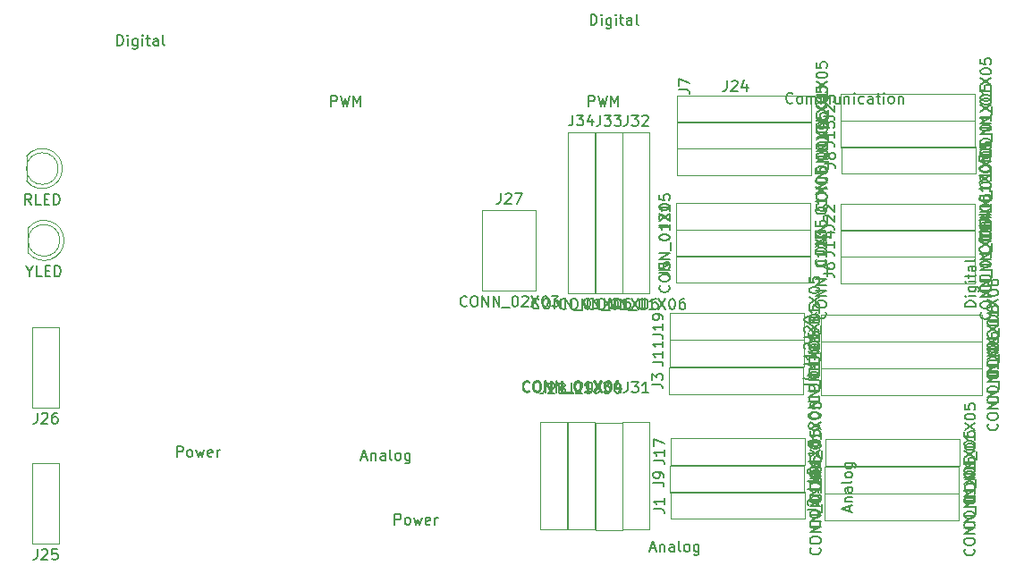
<source format=gbr>
G04 #@! TF.FileFunction,Other,Fab,Top*
%FSLAX46Y46*%
G04 Gerber Fmt 4.6, Leading zero omitted, Abs format (unit mm)*
G04 Created by KiCad (PCBNEW 4.0.6) date 07/22/17 16:53:04*
%MOMM*%
%LPD*%
G01*
G04 APERTURE LIST*
%ADD10C,0.100000*%
%ADD11C,0.150000*%
G04 APERTURE END LIST*
D10*
X164340000Y-114720000D02*
X177040000Y-114720000D01*
X177040000Y-114720000D02*
X177040000Y-112180000D01*
X177040000Y-112180000D02*
X164340000Y-112180000D01*
X164340000Y-112180000D02*
X164340000Y-114720000D01*
X178940000Y-114820000D02*
X191640000Y-114820000D01*
X191640000Y-114820000D02*
X191640000Y-112280000D01*
X191640000Y-112280000D02*
X178940000Y-112280000D01*
X178940000Y-112280000D02*
X178940000Y-114820000D01*
X164210000Y-102920000D02*
X176910000Y-102920000D01*
X176910000Y-102920000D02*
X176910000Y-100380000D01*
X176910000Y-100380000D02*
X164210000Y-100380000D01*
X164210000Y-100380000D02*
X164210000Y-102920000D01*
X178590000Y-102970000D02*
X193830000Y-102970000D01*
X193830000Y-102970000D02*
X193830000Y-100430000D01*
X193830000Y-100430000D02*
X178590000Y-100430000D01*
X178590000Y-100430000D02*
X178590000Y-102970000D01*
X164880000Y-92370000D02*
X177580000Y-92370000D01*
X177580000Y-92370000D02*
X177580000Y-89830000D01*
X177580000Y-89830000D02*
X164880000Y-89830000D01*
X164880000Y-89830000D02*
X164880000Y-92370000D01*
X180450000Y-92420000D02*
X193150000Y-92420000D01*
X193150000Y-92420000D02*
X193150000Y-89880000D01*
X193150000Y-89880000D02*
X180450000Y-89880000D01*
X180450000Y-89880000D02*
X180450000Y-92420000D01*
X164930000Y-82170000D02*
X177630000Y-82170000D01*
X177630000Y-82170000D02*
X177630000Y-79630000D01*
X177630000Y-79630000D02*
X164930000Y-79630000D01*
X164930000Y-79630000D02*
X164930000Y-82170000D01*
X180540000Y-82020000D02*
X193240000Y-82020000D01*
X193240000Y-82020000D02*
X193240000Y-79480000D01*
X193240000Y-79480000D02*
X180540000Y-79480000D01*
X180540000Y-79480000D02*
X180540000Y-82020000D01*
X164320000Y-112220000D02*
X177020000Y-112220000D01*
X177020000Y-112220000D02*
X177020000Y-109680000D01*
X177020000Y-109680000D02*
X164320000Y-109680000D01*
X164320000Y-109680000D02*
X164320000Y-112220000D01*
X178920000Y-112320000D02*
X191620000Y-112320000D01*
X191620000Y-112320000D02*
X191620000Y-109780000D01*
X191620000Y-109780000D02*
X178920000Y-109780000D01*
X178920000Y-109780000D02*
X178920000Y-112320000D01*
X164250000Y-100320000D02*
X176950000Y-100320000D01*
X176950000Y-100320000D02*
X176950000Y-97780000D01*
X176950000Y-97780000D02*
X164250000Y-97780000D01*
X164250000Y-97780000D02*
X164250000Y-100320000D01*
X178610000Y-100470000D02*
X193850000Y-100470000D01*
X193850000Y-100470000D02*
X193850000Y-97930000D01*
X193850000Y-97930000D02*
X178610000Y-97930000D01*
X178610000Y-97930000D02*
X178610000Y-100470000D01*
X177580000Y-87330000D02*
X164880000Y-87330000D01*
X164880000Y-87330000D02*
X164880000Y-89870000D01*
X164880000Y-89870000D02*
X177580000Y-89870000D01*
X177580000Y-89870000D02*
X177580000Y-87330000D01*
X180430000Y-89920000D02*
X193130000Y-89920000D01*
X193130000Y-89920000D02*
X193130000Y-87380000D01*
X193130000Y-87380000D02*
X180430000Y-87380000D01*
X180430000Y-87380000D02*
X180430000Y-89920000D01*
X180480000Y-79520000D02*
X193180000Y-79520000D01*
X193180000Y-79520000D02*
X193180000Y-76980000D01*
X193180000Y-76980000D02*
X180480000Y-76980000D01*
X180480000Y-76980000D02*
X180480000Y-79520000D01*
X164930000Y-79670000D02*
X177630000Y-79670000D01*
X177630000Y-79670000D02*
X177630000Y-77130000D01*
X177630000Y-77130000D02*
X164930000Y-77130000D01*
X164930000Y-77130000D02*
X164930000Y-79670000D01*
X164340000Y-109620000D02*
X177040000Y-109620000D01*
X177040000Y-109620000D02*
X177040000Y-107080000D01*
X177040000Y-107080000D02*
X164340000Y-107080000D01*
X164340000Y-107080000D02*
X164340000Y-109620000D01*
X178980000Y-109720000D02*
X191680000Y-109720000D01*
X191680000Y-109720000D02*
X191680000Y-107180000D01*
X191680000Y-107180000D02*
X178980000Y-107180000D01*
X178980000Y-107180000D02*
X178980000Y-109720000D01*
X164250000Y-97720000D02*
X176950000Y-97720000D01*
X176950000Y-97720000D02*
X176950000Y-95180000D01*
X176950000Y-95180000D02*
X164250000Y-95180000D01*
X164250000Y-95180000D02*
X164250000Y-97720000D01*
X178610000Y-97970000D02*
X193850000Y-97970000D01*
X193850000Y-97970000D02*
X193850000Y-95430000D01*
X193850000Y-95430000D02*
X178610000Y-95430000D01*
X178610000Y-95430000D02*
X178610000Y-97970000D01*
X164880000Y-87370000D02*
X177580000Y-87370000D01*
X177580000Y-87370000D02*
X177580000Y-84830000D01*
X177580000Y-84830000D02*
X164880000Y-84830000D01*
X164880000Y-84830000D02*
X164880000Y-87370000D01*
X180430000Y-87420000D02*
X193130000Y-87420000D01*
X193130000Y-87420000D02*
X193130000Y-84880000D01*
X193130000Y-84880000D02*
X180430000Y-84880000D01*
X180430000Y-84880000D02*
X180430000Y-87420000D01*
X180480000Y-77020000D02*
X193180000Y-77020000D01*
X193180000Y-77020000D02*
X193180000Y-74480000D01*
X193180000Y-74480000D02*
X180480000Y-74480000D01*
X180480000Y-74480000D02*
X180480000Y-77020000D01*
X164930000Y-77170000D02*
X177630000Y-77170000D01*
X177630000Y-77170000D02*
X177630000Y-74630000D01*
X177630000Y-74630000D02*
X164930000Y-74630000D01*
X164930000Y-74630000D02*
X164930000Y-77170000D01*
X106470000Y-117060000D02*
X106470000Y-109440000D01*
X106470000Y-109440000D02*
X103930000Y-109440000D01*
X103930000Y-109440000D02*
X103930000Y-117060000D01*
X103930000Y-117060000D02*
X106470000Y-117060000D01*
X106470000Y-104170000D02*
X106470000Y-96550000D01*
X106470000Y-96550000D02*
X103930000Y-96550000D01*
X103930000Y-96550000D02*
X103930000Y-104170000D01*
X103930000Y-104170000D02*
X106470000Y-104170000D01*
X146540000Y-85480000D02*
X146540000Y-93100000D01*
X146540000Y-93100000D02*
X151620000Y-93100000D01*
X151620000Y-93100000D02*
X151620000Y-85480000D01*
X151620000Y-85480000D02*
X146540000Y-85480000D01*
X152014000Y-105534000D02*
X152014000Y-115694000D01*
X152014000Y-115694000D02*
X154554000Y-115694000D01*
X154554000Y-115694000D02*
X154554000Y-105534000D01*
X154554000Y-105534000D02*
X152014000Y-105534000D01*
X154614000Y-105574000D02*
X154614000Y-115734000D01*
X154614000Y-115734000D02*
X157154000Y-115734000D01*
X157154000Y-115734000D02*
X157154000Y-105574000D01*
X157154000Y-105574000D02*
X154614000Y-105574000D01*
X157214000Y-105594000D02*
X157214000Y-115754000D01*
X157214000Y-115754000D02*
X159754000Y-115754000D01*
X159754000Y-115754000D02*
X159754000Y-105594000D01*
X159754000Y-105594000D02*
X157214000Y-105594000D01*
X159814000Y-105574000D02*
X159814000Y-115734000D01*
X159814000Y-115734000D02*
X162354000Y-115734000D01*
X162354000Y-115734000D02*
X162354000Y-105574000D01*
X162354000Y-105574000D02*
X159814000Y-105574000D01*
X159830000Y-78110000D02*
X159830000Y-93350000D01*
X159830000Y-93350000D02*
X162370000Y-93350000D01*
X162370000Y-93350000D02*
X162370000Y-78110000D01*
X162370000Y-78110000D02*
X159830000Y-78110000D01*
X157230000Y-78110000D02*
X157230000Y-93350000D01*
X157230000Y-93350000D02*
X159770000Y-93350000D01*
X159770000Y-93350000D02*
X159770000Y-78110000D01*
X159770000Y-78110000D02*
X157230000Y-78110000D01*
X154630000Y-78080000D02*
X154630000Y-93320000D01*
X154630000Y-93320000D02*
X157170000Y-93320000D01*
X157170000Y-93320000D02*
X157170000Y-78080000D01*
X157170000Y-78080000D02*
X154630000Y-78080000D01*
X103369445Y-82715476D02*
G75*
G03X103370000Y-80383810I1500555J1165476D01*
G01*
X106370000Y-81550000D02*
G75*
G03X106370000Y-81550000I-1500000J0D01*
G01*
X103370000Y-80383810D02*
X103370000Y-82716190D01*
X103529445Y-89515476D02*
G75*
G03X103530000Y-87183810I1500555J1165476D01*
G01*
X106530000Y-88350000D02*
G75*
G03X106530000Y-88350000I-1500000J0D01*
G01*
X103530000Y-87183810D02*
X103530000Y-89516190D01*
D11*
X193238381Y-94646476D02*
X192238381Y-94646476D01*
X192238381Y-94408381D01*
X192286000Y-94265523D01*
X192381238Y-94170285D01*
X192476476Y-94122666D01*
X192666952Y-94075047D01*
X192809810Y-94075047D01*
X193000286Y-94122666D01*
X193095524Y-94170285D01*
X193190762Y-94265523D01*
X193238381Y-94408381D01*
X193238381Y-94646476D01*
X193238381Y-93646476D02*
X192571714Y-93646476D01*
X192238381Y-93646476D02*
X192286000Y-93694095D01*
X192333619Y-93646476D01*
X192286000Y-93598857D01*
X192238381Y-93646476D01*
X192333619Y-93646476D01*
X192571714Y-92741714D02*
X193381238Y-92741714D01*
X193476476Y-92789333D01*
X193524095Y-92836952D01*
X193571714Y-92932191D01*
X193571714Y-93075048D01*
X193524095Y-93170286D01*
X193190762Y-92741714D02*
X193238381Y-92836952D01*
X193238381Y-93027429D01*
X193190762Y-93122667D01*
X193143143Y-93170286D01*
X193047905Y-93217905D01*
X192762190Y-93217905D01*
X192666952Y-93170286D01*
X192619333Y-93122667D01*
X192571714Y-93027429D01*
X192571714Y-92836952D01*
X192619333Y-92741714D01*
X193238381Y-92265524D02*
X192571714Y-92265524D01*
X192238381Y-92265524D02*
X192286000Y-92313143D01*
X192333619Y-92265524D01*
X192286000Y-92217905D01*
X192238381Y-92265524D01*
X192333619Y-92265524D01*
X192571714Y-91932191D02*
X192571714Y-91551239D01*
X192238381Y-91789334D02*
X193095524Y-91789334D01*
X193190762Y-91741715D01*
X193238381Y-91646477D01*
X193238381Y-91551239D01*
X193238381Y-90789333D02*
X192714571Y-90789333D01*
X192619333Y-90836952D01*
X192571714Y-90932190D01*
X192571714Y-91122667D01*
X192619333Y-91217905D01*
X193190762Y-90789333D02*
X193238381Y-90884571D01*
X193238381Y-91122667D01*
X193190762Y-91217905D01*
X193095524Y-91265524D01*
X193000286Y-91265524D01*
X192905048Y-91217905D01*
X192857429Y-91122667D01*
X192857429Y-90884571D01*
X192809810Y-90789333D01*
X193238381Y-90170286D02*
X193190762Y-90265524D01*
X193095524Y-90313143D01*
X192238381Y-90313143D01*
X138231809Y-115260381D02*
X138231809Y-114260381D01*
X138612762Y-114260381D01*
X138708000Y-114308000D01*
X138755619Y-114355619D01*
X138803238Y-114450857D01*
X138803238Y-114593714D01*
X138755619Y-114688952D01*
X138708000Y-114736571D01*
X138612762Y-114784190D01*
X138231809Y-114784190D01*
X139374666Y-115260381D02*
X139279428Y-115212762D01*
X139231809Y-115165143D01*
X139184190Y-115069905D01*
X139184190Y-114784190D01*
X139231809Y-114688952D01*
X139279428Y-114641333D01*
X139374666Y-114593714D01*
X139517524Y-114593714D01*
X139612762Y-114641333D01*
X139660381Y-114688952D01*
X139708000Y-114784190D01*
X139708000Y-115069905D01*
X139660381Y-115165143D01*
X139612762Y-115212762D01*
X139517524Y-115260381D01*
X139374666Y-115260381D01*
X140041333Y-114593714D02*
X140231809Y-115260381D01*
X140422286Y-114784190D01*
X140612762Y-115260381D01*
X140803238Y-114593714D01*
X141565143Y-115212762D02*
X141469905Y-115260381D01*
X141279428Y-115260381D01*
X141184190Y-115212762D01*
X141136571Y-115117524D01*
X141136571Y-114736571D01*
X141184190Y-114641333D01*
X141279428Y-114593714D01*
X141469905Y-114593714D01*
X141565143Y-114641333D01*
X141612762Y-114736571D01*
X141612762Y-114831810D01*
X141136571Y-114927048D01*
X142041333Y-115260381D02*
X142041333Y-114593714D01*
X142041333Y-114784190D02*
X142088952Y-114688952D01*
X142136571Y-114641333D01*
X142231809Y-114593714D01*
X142327048Y-114593714D01*
X162440476Y-117516667D02*
X162916667Y-117516667D01*
X162345238Y-117802381D02*
X162678571Y-116802381D01*
X163011905Y-117802381D01*
X163345238Y-117135714D02*
X163345238Y-117802381D01*
X163345238Y-117230952D02*
X163392857Y-117183333D01*
X163488095Y-117135714D01*
X163630953Y-117135714D01*
X163726191Y-117183333D01*
X163773810Y-117278571D01*
X163773810Y-117802381D01*
X164678572Y-117802381D02*
X164678572Y-117278571D01*
X164630953Y-117183333D01*
X164535715Y-117135714D01*
X164345238Y-117135714D01*
X164250000Y-117183333D01*
X164678572Y-117754762D02*
X164583334Y-117802381D01*
X164345238Y-117802381D01*
X164250000Y-117754762D01*
X164202381Y-117659524D01*
X164202381Y-117564286D01*
X164250000Y-117469048D01*
X164345238Y-117421429D01*
X164583334Y-117421429D01*
X164678572Y-117373810D01*
X165297619Y-117802381D02*
X165202381Y-117754762D01*
X165154762Y-117659524D01*
X165154762Y-116802381D01*
X165821429Y-117802381D02*
X165726191Y-117754762D01*
X165678572Y-117707143D01*
X165630953Y-117611905D01*
X165630953Y-117326190D01*
X165678572Y-117230952D01*
X165726191Y-117183333D01*
X165821429Y-117135714D01*
X165964287Y-117135714D01*
X166059525Y-117183333D01*
X166107144Y-117230952D01*
X166154763Y-117326190D01*
X166154763Y-117611905D01*
X166107144Y-117707143D01*
X166059525Y-117754762D01*
X165964287Y-117802381D01*
X165821429Y-117802381D01*
X167011906Y-117135714D02*
X167011906Y-117945238D01*
X166964287Y-118040476D01*
X166916668Y-118088095D01*
X166821429Y-118135714D01*
X166678572Y-118135714D01*
X166583334Y-118088095D01*
X167011906Y-117754762D02*
X166916668Y-117802381D01*
X166726191Y-117802381D01*
X166630953Y-117754762D01*
X166583334Y-117707143D01*
X166535715Y-117611905D01*
X166535715Y-117326190D01*
X166583334Y-117230952D01*
X166630953Y-117183333D01*
X166726191Y-117135714D01*
X166916668Y-117135714D01*
X167011906Y-117183333D01*
X181266667Y-114009524D02*
X181266667Y-113533333D01*
X181552381Y-114104762D02*
X180552381Y-113771429D01*
X181552381Y-113438095D01*
X180885714Y-113104762D02*
X181552381Y-113104762D01*
X180980952Y-113104762D02*
X180933333Y-113057143D01*
X180885714Y-112961905D01*
X180885714Y-112819047D01*
X180933333Y-112723809D01*
X181028571Y-112676190D01*
X181552381Y-112676190D01*
X181552381Y-111771428D02*
X181028571Y-111771428D01*
X180933333Y-111819047D01*
X180885714Y-111914285D01*
X180885714Y-112104762D01*
X180933333Y-112200000D01*
X181504762Y-111771428D02*
X181552381Y-111866666D01*
X181552381Y-112104762D01*
X181504762Y-112200000D01*
X181409524Y-112247619D01*
X181314286Y-112247619D01*
X181219048Y-112200000D01*
X181171429Y-112104762D01*
X181171429Y-111866666D01*
X181123810Y-111771428D01*
X181552381Y-111152381D02*
X181504762Y-111247619D01*
X181409524Y-111295238D01*
X180552381Y-111295238D01*
X181552381Y-110628571D02*
X181504762Y-110723809D01*
X181457143Y-110771428D01*
X181361905Y-110819047D01*
X181076190Y-110819047D01*
X180980952Y-110771428D01*
X180933333Y-110723809D01*
X180885714Y-110628571D01*
X180885714Y-110485713D01*
X180933333Y-110390475D01*
X180980952Y-110342856D01*
X181076190Y-110295237D01*
X181361905Y-110295237D01*
X181457143Y-110342856D01*
X181504762Y-110390475D01*
X181552381Y-110485713D01*
X181552381Y-110628571D01*
X180885714Y-109438094D02*
X181695238Y-109438094D01*
X181790476Y-109485713D01*
X181838095Y-109533332D01*
X181885714Y-109628571D01*
X181885714Y-109771428D01*
X181838095Y-109866666D01*
X181504762Y-109438094D02*
X181552381Y-109533332D01*
X181552381Y-109723809D01*
X181504762Y-109819047D01*
X181457143Y-109866666D01*
X181361905Y-109914285D01*
X181076190Y-109914285D01*
X180980952Y-109866666D01*
X180933333Y-109819047D01*
X180885714Y-109723809D01*
X180885714Y-109533332D01*
X180933333Y-109438094D01*
X132199238Y-75636381D02*
X132199238Y-74636381D01*
X132580191Y-74636381D01*
X132675429Y-74684000D01*
X132723048Y-74731619D01*
X132770667Y-74826857D01*
X132770667Y-74969714D01*
X132723048Y-75064952D01*
X132675429Y-75112571D01*
X132580191Y-75160190D01*
X132199238Y-75160190D01*
X133104000Y-74636381D02*
X133342095Y-75636381D01*
X133532572Y-74922095D01*
X133723048Y-75636381D01*
X133961143Y-74636381D01*
X134342095Y-75636381D02*
X134342095Y-74636381D01*
X134675429Y-75350667D01*
X135008762Y-74636381D01*
X135008762Y-75636381D01*
X156583238Y-75636381D02*
X156583238Y-74636381D01*
X156964191Y-74636381D01*
X157059429Y-74684000D01*
X157107048Y-74731619D01*
X157154667Y-74826857D01*
X157154667Y-74969714D01*
X157107048Y-75064952D01*
X157059429Y-75112571D01*
X156964191Y-75160190D01*
X156583238Y-75160190D01*
X157488000Y-74636381D02*
X157726095Y-75636381D01*
X157916572Y-74922095D01*
X158107048Y-75636381D01*
X158345143Y-74636381D01*
X158726095Y-75636381D02*
X158726095Y-74636381D01*
X159059429Y-75350667D01*
X159392762Y-74636381D01*
X159392762Y-75636381D01*
X175919429Y-75287143D02*
X175871810Y-75334762D01*
X175728953Y-75382381D01*
X175633715Y-75382381D01*
X175490857Y-75334762D01*
X175395619Y-75239524D01*
X175348000Y-75144286D01*
X175300381Y-74953810D01*
X175300381Y-74810952D01*
X175348000Y-74620476D01*
X175395619Y-74525238D01*
X175490857Y-74430000D01*
X175633715Y-74382381D01*
X175728953Y-74382381D01*
X175871810Y-74430000D01*
X175919429Y-74477619D01*
X176490857Y-75382381D02*
X176395619Y-75334762D01*
X176348000Y-75287143D01*
X176300381Y-75191905D01*
X176300381Y-74906190D01*
X176348000Y-74810952D01*
X176395619Y-74763333D01*
X176490857Y-74715714D01*
X176633715Y-74715714D01*
X176728953Y-74763333D01*
X176776572Y-74810952D01*
X176824191Y-74906190D01*
X176824191Y-75191905D01*
X176776572Y-75287143D01*
X176728953Y-75334762D01*
X176633715Y-75382381D01*
X176490857Y-75382381D01*
X177252762Y-75382381D02*
X177252762Y-74715714D01*
X177252762Y-74810952D02*
X177300381Y-74763333D01*
X177395619Y-74715714D01*
X177538477Y-74715714D01*
X177633715Y-74763333D01*
X177681334Y-74858571D01*
X177681334Y-75382381D01*
X177681334Y-74858571D02*
X177728953Y-74763333D01*
X177824191Y-74715714D01*
X177967048Y-74715714D01*
X178062286Y-74763333D01*
X178109905Y-74858571D01*
X178109905Y-75382381D01*
X178586095Y-75382381D02*
X178586095Y-74715714D01*
X178586095Y-74810952D02*
X178633714Y-74763333D01*
X178728952Y-74715714D01*
X178871810Y-74715714D01*
X178967048Y-74763333D01*
X179014667Y-74858571D01*
X179014667Y-75382381D01*
X179014667Y-74858571D02*
X179062286Y-74763333D01*
X179157524Y-74715714D01*
X179300381Y-74715714D01*
X179395619Y-74763333D01*
X179443238Y-74858571D01*
X179443238Y-75382381D01*
X180348000Y-74715714D02*
X180348000Y-75382381D01*
X179919428Y-74715714D02*
X179919428Y-75239524D01*
X179967047Y-75334762D01*
X180062285Y-75382381D01*
X180205143Y-75382381D01*
X180300381Y-75334762D01*
X180348000Y-75287143D01*
X180824190Y-74715714D02*
X180824190Y-75382381D01*
X180824190Y-74810952D02*
X180871809Y-74763333D01*
X180967047Y-74715714D01*
X181109905Y-74715714D01*
X181205143Y-74763333D01*
X181252762Y-74858571D01*
X181252762Y-75382381D01*
X181728952Y-75382381D02*
X181728952Y-74715714D01*
X181728952Y-74382381D02*
X181681333Y-74430000D01*
X181728952Y-74477619D01*
X181776571Y-74430000D01*
X181728952Y-74382381D01*
X181728952Y-74477619D01*
X182633714Y-75334762D02*
X182538476Y-75382381D01*
X182347999Y-75382381D01*
X182252761Y-75334762D01*
X182205142Y-75287143D01*
X182157523Y-75191905D01*
X182157523Y-74906190D01*
X182205142Y-74810952D01*
X182252761Y-74763333D01*
X182347999Y-74715714D01*
X182538476Y-74715714D01*
X182633714Y-74763333D01*
X183490857Y-75382381D02*
X183490857Y-74858571D01*
X183443238Y-74763333D01*
X183348000Y-74715714D01*
X183157523Y-74715714D01*
X183062285Y-74763333D01*
X183490857Y-75334762D02*
X183395619Y-75382381D01*
X183157523Y-75382381D01*
X183062285Y-75334762D01*
X183014666Y-75239524D01*
X183014666Y-75144286D01*
X183062285Y-75049048D01*
X183157523Y-75001429D01*
X183395619Y-75001429D01*
X183490857Y-74953810D01*
X183824190Y-74715714D02*
X184205142Y-74715714D01*
X183967047Y-74382381D02*
X183967047Y-75239524D01*
X184014666Y-75334762D01*
X184109904Y-75382381D01*
X184205142Y-75382381D01*
X184538476Y-75382381D02*
X184538476Y-74715714D01*
X184538476Y-74382381D02*
X184490857Y-74430000D01*
X184538476Y-74477619D01*
X184586095Y-74430000D01*
X184538476Y-74382381D01*
X184538476Y-74477619D01*
X185157523Y-75382381D02*
X185062285Y-75334762D01*
X185014666Y-75287143D01*
X184967047Y-75191905D01*
X184967047Y-74906190D01*
X185014666Y-74810952D01*
X185062285Y-74763333D01*
X185157523Y-74715714D01*
X185300381Y-74715714D01*
X185395619Y-74763333D01*
X185443238Y-74810952D01*
X185490857Y-74906190D01*
X185490857Y-75191905D01*
X185443238Y-75287143D01*
X185395619Y-75334762D01*
X185300381Y-75382381D01*
X185157523Y-75382381D01*
X185919428Y-74715714D02*
X185919428Y-75382381D01*
X185919428Y-74810952D02*
X185967047Y-74763333D01*
X186062285Y-74715714D01*
X186205143Y-74715714D01*
X186300381Y-74763333D01*
X186348000Y-74858571D01*
X186348000Y-75382381D01*
X117623809Y-108852381D02*
X117623809Y-107852381D01*
X118004762Y-107852381D01*
X118100000Y-107900000D01*
X118147619Y-107947619D01*
X118195238Y-108042857D01*
X118195238Y-108185714D01*
X118147619Y-108280952D01*
X118100000Y-108328571D01*
X118004762Y-108376190D01*
X117623809Y-108376190D01*
X118766666Y-108852381D02*
X118671428Y-108804762D01*
X118623809Y-108757143D01*
X118576190Y-108661905D01*
X118576190Y-108376190D01*
X118623809Y-108280952D01*
X118671428Y-108233333D01*
X118766666Y-108185714D01*
X118909524Y-108185714D01*
X119004762Y-108233333D01*
X119052381Y-108280952D01*
X119100000Y-108376190D01*
X119100000Y-108661905D01*
X119052381Y-108757143D01*
X119004762Y-108804762D01*
X118909524Y-108852381D01*
X118766666Y-108852381D01*
X119433333Y-108185714D02*
X119623809Y-108852381D01*
X119814286Y-108376190D01*
X120004762Y-108852381D01*
X120195238Y-108185714D01*
X120957143Y-108804762D02*
X120861905Y-108852381D01*
X120671428Y-108852381D01*
X120576190Y-108804762D01*
X120528571Y-108709524D01*
X120528571Y-108328571D01*
X120576190Y-108233333D01*
X120671428Y-108185714D01*
X120861905Y-108185714D01*
X120957143Y-108233333D01*
X121004762Y-108328571D01*
X121004762Y-108423810D01*
X120528571Y-108519048D01*
X121433333Y-108852381D02*
X121433333Y-108185714D01*
X121433333Y-108376190D02*
X121480952Y-108280952D01*
X121528571Y-108233333D01*
X121623809Y-108185714D01*
X121719048Y-108185714D01*
X135090476Y-108866667D02*
X135566667Y-108866667D01*
X134995238Y-109152381D02*
X135328571Y-108152381D01*
X135661905Y-109152381D01*
X135995238Y-108485714D02*
X135995238Y-109152381D01*
X135995238Y-108580952D02*
X136042857Y-108533333D01*
X136138095Y-108485714D01*
X136280953Y-108485714D01*
X136376191Y-108533333D01*
X136423810Y-108628571D01*
X136423810Y-109152381D01*
X137328572Y-109152381D02*
X137328572Y-108628571D01*
X137280953Y-108533333D01*
X137185715Y-108485714D01*
X136995238Y-108485714D01*
X136900000Y-108533333D01*
X137328572Y-109104762D02*
X137233334Y-109152381D01*
X136995238Y-109152381D01*
X136900000Y-109104762D01*
X136852381Y-109009524D01*
X136852381Y-108914286D01*
X136900000Y-108819048D01*
X136995238Y-108771429D01*
X137233334Y-108771429D01*
X137328572Y-108723810D01*
X137947619Y-109152381D02*
X137852381Y-109104762D01*
X137804762Y-109009524D01*
X137804762Y-108152381D01*
X138471429Y-109152381D02*
X138376191Y-109104762D01*
X138328572Y-109057143D01*
X138280953Y-108961905D01*
X138280953Y-108676190D01*
X138328572Y-108580952D01*
X138376191Y-108533333D01*
X138471429Y-108485714D01*
X138614287Y-108485714D01*
X138709525Y-108533333D01*
X138757144Y-108580952D01*
X138804763Y-108676190D01*
X138804763Y-108961905D01*
X138757144Y-109057143D01*
X138709525Y-109104762D01*
X138614287Y-109152381D01*
X138471429Y-109152381D01*
X139661906Y-108485714D02*
X139661906Y-109295238D01*
X139614287Y-109390476D01*
X139566668Y-109438095D01*
X139471429Y-109485714D01*
X139328572Y-109485714D01*
X139233334Y-109438095D01*
X139661906Y-109104762D02*
X139566668Y-109152381D01*
X139376191Y-109152381D01*
X139280953Y-109104762D01*
X139233334Y-109057143D01*
X139185715Y-108961905D01*
X139185715Y-108676190D01*
X139233334Y-108580952D01*
X139280953Y-108533333D01*
X139376191Y-108485714D01*
X139566668Y-108485714D01*
X139661906Y-108533333D01*
X111959524Y-69902381D02*
X111959524Y-68902381D01*
X112197619Y-68902381D01*
X112340477Y-68950000D01*
X112435715Y-69045238D01*
X112483334Y-69140476D01*
X112530953Y-69330952D01*
X112530953Y-69473810D01*
X112483334Y-69664286D01*
X112435715Y-69759524D01*
X112340477Y-69854762D01*
X112197619Y-69902381D01*
X111959524Y-69902381D01*
X112959524Y-69902381D02*
X112959524Y-69235714D01*
X112959524Y-68902381D02*
X112911905Y-68950000D01*
X112959524Y-68997619D01*
X113007143Y-68950000D01*
X112959524Y-68902381D01*
X112959524Y-68997619D01*
X113864286Y-69235714D02*
X113864286Y-70045238D01*
X113816667Y-70140476D01*
X113769048Y-70188095D01*
X113673809Y-70235714D01*
X113530952Y-70235714D01*
X113435714Y-70188095D01*
X113864286Y-69854762D02*
X113769048Y-69902381D01*
X113578571Y-69902381D01*
X113483333Y-69854762D01*
X113435714Y-69807143D01*
X113388095Y-69711905D01*
X113388095Y-69426190D01*
X113435714Y-69330952D01*
X113483333Y-69283333D01*
X113578571Y-69235714D01*
X113769048Y-69235714D01*
X113864286Y-69283333D01*
X114340476Y-69902381D02*
X114340476Y-69235714D01*
X114340476Y-68902381D02*
X114292857Y-68950000D01*
X114340476Y-68997619D01*
X114388095Y-68950000D01*
X114340476Y-68902381D01*
X114340476Y-68997619D01*
X114673809Y-69235714D02*
X115054761Y-69235714D01*
X114816666Y-68902381D02*
X114816666Y-69759524D01*
X114864285Y-69854762D01*
X114959523Y-69902381D01*
X115054761Y-69902381D01*
X115816667Y-69902381D02*
X115816667Y-69378571D01*
X115769048Y-69283333D01*
X115673810Y-69235714D01*
X115483333Y-69235714D01*
X115388095Y-69283333D01*
X115816667Y-69854762D02*
X115721429Y-69902381D01*
X115483333Y-69902381D01*
X115388095Y-69854762D01*
X115340476Y-69759524D01*
X115340476Y-69664286D01*
X115388095Y-69569048D01*
X115483333Y-69521429D01*
X115721429Y-69521429D01*
X115816667Y-69473810D01*
X116435714Y-69902381D02*
X116340476Y-69854762D01*
X116292857Y-69759524D01*
X116292857Y-68902381D01*
X156809524Y-67952381D02*
X156809524Y-66952381D01*
X157047619Y-66952381D01*
X157190477Y-67000000D01*
X157285715Y-67095238D01*
X157333334Y-67190476D01*
X157380953Y-67380952D01*
X157380953Y-67523810D01*
X157333334Y-67714286D01*
X157285715Y-67809524D01*
X157190477Y-67904762D01*
X157047619Y-67952381D01*
X156809524Y-67952381D01*
X157809524Y-67952381D02*
X157809524Y-67285714D01*
X157809524Y-66952381D02*
X157761905Y-67000000D01*
X157809524Y-67047619D01*
X157857143Y-67000000D01*
X157809524Y-66952381D01*
X157809524Y-67047619D01*
X158714286Y-67285714D02*
X158714286Y-68095238D01*
X158666667Y-68190476D01*
X158619048Y-68238095D01*
X158523809Y-68285714D01*
X158380952Y-68285714D01*
X158285714Y-68238095D01*
X158714286Y-67904762D02*
X158619048Y-67952381D01*
X158428571Y-67952381D01*
X158333333Y-67904762D01*
X158285714Y-67857143D01*
X158238095Y-67761905D01*
X158238095Y-67476190D01*
X158285714Y-67380952D01*
X158333333Y-67333333D01*
X158428571Y-67285714D01*
X158619048Y-67285714D01*
X158714286Y-67333333D01*
X159190476Y-67952381D02*
X159190476Y-67285714D01*
X159190476Y-66952381D02*
X159142857Y-67000000D01*
X159190476Y-67047619D01*
X159238095Y-67000000D01*
X159190476Y-66952381D01*
X159190476Y-67047619D01*
X159523809Y-67285714D02*
X159904761Y-67285714D01*
X159666666Y-66952381D02*
X159666666Y-67809524D01*
X159714285Y-67904762D01*
X159809523Y-67952381D01*
X159904761Y-67952381D01*
X160666667Y-67952381D02*
X160666667Y-67428571D01*
X160619048Y-67333333D01*
X160523810Y-67285714D01*
X160333333Y-67285714D01*
X160238095Y-67333333D01*
X160666667Y-67904762D02*
X160571429Y-67952381D01*
X160333333Y-67952381D01*
X160238095Y-67904762D01*
X160190476Y-67809524D01*
X160190476Y-67714286D01*
X160238095Y-67619048D01*
X160333333Y-67571429D01*
X160571429Y-67571429D01*
X160666667Y-67523810D01*
X161285714Y-67952381D02*
X161190476Y-67904762D01*
X161142857Y-67809524D01*
X161142857Y-66952381D01*
X178457143Y-117473809D02*
X178504762Y-117521428D01*
X178552381Y-117664285D01*
X178552381Y-117759523D01*
X178504762Y-117902381D01*
X178409524Y-117997619D01*
X178314286Y-118045238D01*
X178123810Y-118092857D01*
X177980952Y-118092857D01*
X177790476Y-118045238D01*
X177695238Y-117997619D01*
X177600000Y-117902381D01*
X177552381Y-117759523D01*
X177552381Y-117664285D01*
X177600000Y-117521428D01*
X177647619Y-117473809D01*
X177552381Y-116854762D02*
X177552381Y-116664285D01*
X177600000Y-116569047D01*
X177695238Y-116473809D01*
X177885714Y-116426190D01*
X178219048Y-116426190D01*
X178409524Y-116473809D01*
X178504762Y-116569047D01*
X178552381Y-116664285D01*
X178552381Y-116854762D01*
X178504762Y-116950000D01*
X178409524Y-117045238D01*
X178219048Y-117092857D01*
X177885714Y-117092857D01*
X177695238Y-117045238D01*
X177600000Y-116950000D01*
X177552381Y-116854762D01*
X178552381Y-115997619D02*
X177552381Y-115997619D01*
X178552381Y-115426190D01*
X177552381Y-115426190D01*
X178552381Y-114950000D02*
X177552381Y-114950000D01*
X178552381Y-114378571D01*
X177552381Y-114378571D01*
X178647619Y-114140476D02*
X178647619Y-113378571D01*
X177552381Y-112950000D02*
X177552381Y-112854761D01*
X177600000Y-112759523D01*
X177647619Y-112711904D01*
X177742857Y-112664285D01*
X177933333Y-112616666D01*
X178171429Y-112616666D01*
X178361905Y-112664285D01*
X178457143Y-112711904D01*
X178504762Y-112759523D01*
X178552381Y-112854761D01*
X178552381Y-112950000D01*
X178504762Y-113045238D01*
X178457143Y-113092857D01*
X178361905Y-113140476D01*
X178171429Y-113188095D01*
X177933333Y-113188095D01*
X177742857Y-113140476D01*
X177647619Y-113092857D01*
X177600000Y-113045238D01*
X177552381Y-112950000D01*
X178552381Y-111664285D02*
X178552381Y-112235714D01*
X178552381Y-111950000D02*
X177552381Y-111950000D01*
X177695238Y-112045238D01*
X177790476Y-112140476D01*
X177838095Y-112235714D01*
X177552381Y-111330952D02*
X178552381Y-110664285D01*
X177552381Y-110664285D02*
X178552381Y-111330952D01*
X177552381Y-110092857D02*
X177552381Y-109997618D01*
X177600000Y-109902380D01*
X177647619Y-109854761D01*
X177742857Y-109807142D01*
X177933333Y-109759523D01*
X178171429Y-109759523D01*
X178361905Y-109807142D01*
X178457143Y-109854761D01*
X178504762Y-109902380D01*
X178552381Y-109997618D01*
X178552381Y-110092857D01*
X178504762Y-110188095D01*
X178457143Y-110235714D01*
X178361905Y-110283333D01*
X178171429Y-110330952D01*
X177933333Y-110330952D01*
X177742857Y-110283333D01*
X177647619Y-110235714D01*
X177600000Y-110188095D01*
X177552381Y-110092857D01*
X177552381Y-108854761D02*
X177552381Y-109330952D01*
X178028571Y-109378571D01*
X177980952Y-109330952D01*
X177933333Y-109235714D01*
X177933333Y-108997618D01*
X177980952Y-108902380D01*
X178028571Y-108854761D01*
X178123810Y-108807142D01*
X178361905Y-108807142D01*
X178457143Y-108854761D01*
X178504762Y-108902380D01*
X178552381Y-108997618D01*
X178552381Y-109235714D01*
X178504762Y-109330952D01*
X178457143Y-109378571D01*
X162732381Y-113783333D02*
X163446667Y-113783333D01*
X163589524Y-113830953D01*
X163684762Y-113926191D01*
X163732381Y-114069048D01*
X163732381Y-114164286D01*
X163732381Y-112783333D02*
X163732381Y-113354762D01*
X163732381Y-113069048D02*
X162732381Y-113069048D01*
X162875238Y-113164286D01*
X162970476Y-113259524D01*
X163018095Y-113354762D01*
X193057143Y-117573809D02*
X193104762Y-117621428D01*
X193152381Y-117764285D01*
X193152381Y-117859523D01*
X193104762Y-118002381D01*
X193009524Y-118097619D01*
X192914286Y-118145238D01*
X192723810Y-118192857D01*
X192580952Y-118192857D01*
X192390476Y-118145238D01*
X192295238Y-118097619D01*
X192200000Y-118002381D01*
X192152381Y-117859523D01*
X192152381Y-117764285D01*
X192200000Y-117621428D01*
X192247619Y-117573809D01*
X192152381Y-116954762D02*
X192152381Y-116764285D01*
X192200000Y-116669047D01*
X192295238Y-116573809D01*
X192485714Y-116526190D01*
X192819048Y-116526190D01*
X193009524Y-116573809D01*
X193104762Y-116669047D01*
X193152381Y-116764285D01*
X193152381Y-116954762D01*
X193104762Y-117050000D01*
X193009524Y-117145238D01*
X192819048Y-117192857D01*
X192485714Y-117192857D01*
X192295238Y-117145238D01*
X192200000Y-117050000D01*
X192152381Y-116954762D01*
X193152381Y-116097619D02*
X192152381Y-116097619D01*
X193152381Y-115526190D01*
X192152381Y-115526190D01*
X193152381Y-115050000D02*
X192152381Y-115050000D01*
X193152381Y-114478571D01*
X192152381Y-114478571D01*
X193247619Y-114240476D02*
X193247619Y-113478571D01*
X192152381Y-113050000D02*
X192152381Y-112954761D01*
X192200000Y-112859523D01*
X192247619Y-112811904D01*
X192342857Y-112764285D01*
X192533333Y-112716666D01*
X192771429Y-112716666D01*
X192961905Y-112764285D01*
X193057143Y-112811904D01*
X193104762Y-112859523D01*
X193152381Y-112954761D01*
X193152381Y-113050000D01*
X193104762Y-113145238D01*
X193057143Y-113192857D01*
X192961905Y-113240476D01*
X192771429Y-113288095D01*
X192533333Y-113288095D01*
X192342857Y-113240476D01*
X192247619Y-113192857D01*
X192200000Y-113145238D01*
X192152381Y-113050000D01*
X193152381Y-111764285D02*
X193152381Y-112335714D01*
X193152381Y-112050000D02*
X192152381Y-112050000D01*
X192295238Y-112145238D01*
X192390476Y-112240476D01*
X192438095Y-112335714D01*
X192152381Y-111430952D02*
X193152381Y-110764285D01*
X192152381Y-110764285D02*
X193152381Y-111430952D01*
X192152381Y-110192857D02*
X192152381Y-110097618D01*
X192200000Y-110002380D01*
X192247619Y-109954761D01*
X192342857Y-109907142D01*
X192533333Y-109859523D01*
X192771429Y-109859523D01*
X192961905Y-109907142D01*
X193057143Y-109954761D01*
X193104762Y-110002380D01*
X193152381Y-110097618D01*
X193152381Y-110192857D01*
X193104762Y-110288095D01*
X193057143Y-110335714D01*
X192961905Y-110383333D01*
X192771429Y-110430952D01*
X192533333Y-110430952D01*
X192342857Y-110383333D01*
X192247619Y-110335714D01*
X192200000Y-110288095D01*
X192152381Y-110192857D01*
X192152381Y-108954761D02*
X192152381Y-109430952D01*
X192628571Y-109478571D01*
X192580952Y-109430952D01*
X192533333Y-109335714D01*
X192533333Y-109097618D01*
X192580952Y-109002380D01*
X192628571Y-108954761D01*
X192723810Y-108907142D01*
X192961905Y-108907142D01*
X193057143Y-108954761D01*
X193104762Y-109002380D01*
X193152381Y-109097618D01*
X193152381Y-109335714D01*
X193104762Y-109430952D01*
X193057143Y-109478571D01*
X177332381Y-113883333D02*
X178046667Y-113883333D01*
X178189524Y-113930953D01*
X178284762Y-114026191D01*
X178332381Y-114169048D01*
X178332381Y-114264286D01*
X177427619Y-113454762D02*
X177380000Y-113407143D01*
X177332381Y-113311905D01*
X177332381Y-113073809D01*
X177380000Y-112978571D01*
X177427619Y-112930952D01*
X177522857Y-112883333D01*
X177618095Y-112883333D01*
X177760952Y-112930952D01*
X178332381Y-113502381D01*
X178332381Y-112883333D01*
X178327143Y-105673809D02*
X178374762Y-105721428D01*
X178422381Y-105864285D01*
X178422381Y-105959523D01*
X178374762Y-106102381D01*
X178279524Y-106197619D01*
X178184286Y-106245238D01*
X177993810Y-106292857D01*
X177850952Y-106292857D01*
X177660476Y-106245238D01*
X177565238Y-106197619D01*
X177470000Y-106102381D01*
X177422381Y-105959523D01*
X177422381Y-105864285D01*
X177470000Y-105721428D01*
X177517619Y-105673809D01*
X177422381Y-105054762D02*
X177422381Y-104864285D01*
X177470000Y-104769047D01*
X177565238Y-104673809D01*
X177755714Y-104626190D01*
X178089048Y-104626190D01*
X178279524Y-104673809D01*
X178374762Y-104769047D01*
X178422381Y-104864285D01*
X178422381Y-105054762D01*
X178374762Y-105150000D01*
X178279524Y-105245238D01*
X178089048Y-105292857D01*
X177755714Y-105292857D01*
X177565238Y-105245238D01*
X177470000Y-105150000D01*
X177422381Y-105054762D01*
X178422381Y-104197619D02*
X177422381Y-104197619D01*
X178422381Y-103626190D01*
X177422381Y-103626190D01*
X178422381Y-103150000D02*
X177422381Y-103150000D01*
X178422381Y-102578571D01*
X177422381Y-102578571D01*
X178517619Y-102340476D02*
X178517619Y-101578571D01*
X177422381Y-101150000D02*
X177422381Y-101054761D01*
X177470000Y-100959523D01*
X177517619Y-100911904D01*
X177612857Y-100864285D01*
X177803333Y-100816666D01*
X178041429Y-100816666D01*
X178231905Y-100864285D01*
X178327143Y-100911904D01*
X178374762Y-100959523D01*
X178422381Y-101054761D01*
X178422381Y-101150000D01*
X178374762Y-101245238D01*
X178327143Y-101292857D01*
X178231905Y-101340476D01*
X178041429Y-101388095D01*
X177803333Y-101388095D01*
X177612857Y-101340476D01*
X177517619Y-101292857D01*
X177470000Y-101245238D01*
X177422381Y-101150000D01*
X178422381Y-99864285D02*
X178422381Y-100435714D01*
X178422381Y-100150000D02*
X177422381Y-100150000D01*
X177565238Y-100245238D01*
X177660476Y-100340476D01*
X177708095Y-100435714D01*
X177422381Y-99530952D02*
X178422381Y-98864285D01*
X177422381Y-98864285D02*
X178422381Y-99530952D01*
X177422381Y-98292857D02*
X177422381Y-98197618D01*
X177470000Y-98102380D01*
X177517619Y-98054761D01*
X177612857Y-98007142D01*
X177803333Y-97959523D01*
X178041429Y-97959523D01*
X178231905Y-98007142D01*
X178327143Y-98054761D01*
X178374762Y-98102380D01*
X178422381Y-98197618D01*
X178422381Y-98292857D01*
X178374762Y-98388095D01*
X178327143Y-98435714D01*
X178231905Y-98483333D01*
X178041429Y-98530952D01*
X177803333Y-98530952D01*
X177612857Y-98483333D01*
X177517619Y-98435714D01*
X177470000Y-98388095D01*
X177422381Y-98292857D01*
X177422381Y-97054761D02*
X177422381Y-97530952D01*
X177898571Y-97578571D01*
X177850952Y-97530952D01*
X177803333Y-97435714D01*
X177803333Y-97197618D01*
X177850952Y-97102380D01*
X177898571Y-97054761D01*
X177993810Y-97007142D01*
X178231905Y-97007142D01*
X178327143Y-97054761D01*
X178374762Y-97102380D01*
X178422381Y-97197618D01*
X178422381Y-97435714D01*
X178374762Y-97530952D01*
X178327143Y-97578571D01*
X162602381Y-101983333D02*
X163316667Y-101983333D01*
X163459524Y-102030953D01*
X163554762Y-102126191D01*
X163602381Y-102269048D01*
X163602381Y-102364286D01*
X162602381Y-101602381D02*
X162602381Y-100983333D01*
X162983333Y-101316667D01*
X162983333Y-101173809D01*
X163030952Y-101078571D01*
X163078571Y-101030952D01*
X163173810Y-100983333D01*
X163411905Y-100983333D01*
X163507143Y-101030952D01*
X163554762Y-101078571D01*
X163602381Y-101173809D01*
X163602381Y-101459524D01*
X163554762Y-101554762D01*
X163507143Y-101602381D01*
X195247143Y-105723809D02*
X195294762Y-105771428D01*
X195342381Y-105914285D01*
X195342381Y-106009523D01*
X195294762Y-106152381D01*
X195199524Y-106247619D01*
X195104286Y-106295238D01*
X194913810Y-106342857D01*
X194770952Y-106342857D01*
X194580476Y-106295238D01*
X194485238Y-106247619D01*
X194390000Y-106152381D01*
X194342381Y-106009523D01*
X194342381Y-105914285D01*
X194390000Y-105771428D01*
X194437619Y-105723809D01*
X194342381Y-105104762D02*
X194342381Y-104914285D01*
X194390000Y-104819047D01*
X194485238Y-104723809D01*
X194675714Y-104676190D01*
X195009048Y-104676190D01*
X195199524Y-104723809D01*
X195294762Y-104819047D01*
X195342381Y-104914285D01*
X195342381Y-105104762D01*
X195294762Y-105200000D01*
X195199524Y-105295238D01*
X195009048Y-105342857D01*
X194675714Y-105342857D01*
X194485238Y-105295238D01*
X194390000Y-105200000D01*
X194342381Y-105104762D01*
X195342381Y-104247619D02*
X194342381Y-104247619D01*
X195342381Y-103676190D01*
X194342381Y-103676190D01*
X195342381Y-103200000D02*
X194342381Y-103200000D01*
X195342381Y-102628571D01*
X194342381Y-102628571D01*
X195437619Y-102390476D02*
X195437619Y-101628571D01*
X194342381Y-101200000D02*
X194342381Y-101104761D01*
X194390000Y-101009523D01*
X194437619Y-100961904D01*
X194532857Y-100914285D01*
X194723333Y-100866666D01*
X194961429Y-100866666D01*
X195151905Y-100914285D01*
X195247143Y-100961904D01*
X195294762Y-101009523D01*
X195342381Y-101104761D01*
X195342381Y-101200000D01*
X195294762Y-101295238D01*
X195247143Y-101342857D01*
X195151905Y-101390476D01*
X194961429Y-101438095D01*
X194723333Y-101438095D01*
X194532857Y-101390476D01*
X194437619Y-101342857D01*
X194390000Y-101295238D01*
X194342381Y-101200000D01*
X195342381Y-99914285D02*
X195342381Y-100485714D01*
X195342381Y-100200000D02*
X194342381Y-100200000D01*
X194485238Y-100295238D01*
X194580476Y-100390476D01*
X194628095Y-100485714D01*
X194342381Y-99580952D02*
X195342381Y-98914285D01*
X194342381Y-98914285D02*
X195342381Y-99580952D01*
X194342381Y-98342857D02*
X194342381Y-98247618D01*
X194390000Y-98152380D01*
X194437619Y-98104761D01*
X194532857Y-98057142D01*
X194723333Y-98009523D01*
X194961429Y-98009523D01*
X195151905Y-98057142D01*
X195247143Y-98104761D01*
X195294762Y-98152380D01*
X195342381Y-98247618D01*
X195342381Y-98342857D01*
X195294762Y-98438095D01*
X195247143Y-98485714D01*
X195151905Y-98533333D01*
X194961429Y-98580952D01*
X194723333Y-98580952D01*
X194532857Y-98533333D01*
X194437619Y-98485714D01*
X194390000Y-98438095D01*
X194342381Y-98342857D01*
X194342381Y-97152380D02*
X194342381Y-97342857D01*
X194390000Y-97438095D01*
X194437619Y-97485714D01*
X194580476Y-97580952D01*
X194770952Y-97628571D01*
X195151905Y-97628571D01*
X195247143Y-97580952D01*
X195294762Y-97533333D01*
X195342381Y-97438095D01*
X195342381Y-97247618D01*
X195294762Y-97152380D01*
X195247143Y-97104761D01*
X195151905Y-97057142D01*
X194913810Y-97057142D01*
X194818571Y-97104761D01*
X194770952Y-97152380D01*
X194723333Y-97247618D01*
X194723333Y-97438095D01*
X194770952Y-97533333D01*
X194818571Y-97580952D01*
X194913810Y-97628571D01*
X176982381Y-102033333D02*
X177696667Y-102033333D01*
X177839524Y-102080953D01*
X177934762Y-102176191D01*
X177982381Y-102319048D01*
X177982381Y-102414286D01*
X177315714Y-101128571D02*
X177982381Y-101128571D01*
X176934762Y-101366667D02*
X177649048Y-101604762D01*
X177649048Y-100985714D01*
X178997143Y-95123809D02*
X179044762Y-95171428D01*
X179092381Y-95314285D01*
X179092381Y-95409523D01*
X179044762Y-95552381D01*
X178949524Y-95647619D01*
X178854286Y-95695238D01*
X178663810Y-95742857D01*
X178520952Y-95742857D01*
X178330476Y-95695238D01*
X178235238Y-95647619D01*
X178140000Y-95552381D01*
X178092381Y-95409523D01*
X178092381Y-95314285D01*
X178140000Y-95171428D01*
X178187619Y-95123809D01*
X178092381Y-94504762D02*
X178092381Y-94314285D01*
X178140000Y-94219047D01*
X178235238Y-94123809D01*
X178425714Y-94076190D01*
X178759048Y-94076190D01*
X178949524Y-94123809D01*
X179044762Y-94219047D01*
X179092381Y-94314285D01*
X179092381Y-94504762D01*
X179044762Y-94600000D01*
X178949524Y-94695238D01*
X178759048Y-94742857D01*
X178425714Y-94742857D01*
X178235238Y-94695238D01*
X178140000Y-94600000D01*
X178092381Y-94504762D01*
X179092381Y-93647619D02*
X178092381Y-93647619D01*
X179092381Y-93076190D01*
X178092381Y-93076190D01*
X179092381Y-92600000D02*
X178092381Y-92600000D01*
X179092381Y-92028571D01*
X178092381Y-92028571D01*
X179187619Y-91790476D02*
X179187619Y-91028571D01*
X178092381Y-90600000D02*
X178092381Y-90504761D01*
X178140000Y-90409523D01*
X178187619Y-90361904D01*
X178282857Y-90314285D01*
X178473333Y-90266666D01*
X178711429Y-90266666D01*
X178901905Y-90314285D01*
X178997143Y-90361904D01*
X179044762Y-90409523D01*
X179092381Y-90504761D01*
X179092381Y-90600000D01*
X179044762Y-90695238D01*
X178997143Y-90742857D01*
X178901905Y-90790476D01*
X178711429Y-90838095D01*
X178473333Y-90838095D01*
X178282857Y-90790476D01*
X178187619Y-90742857D01*
X178140000Y-90695238D01*
X178092381Y-90600000D01*
X179092381Y-89314285D02*
X179092381Y-89885714D01*
X179092381Y-89600000D02*
X178092381Y-89600000D01*
X178235238Y-89695238D01*
X178330476Y-89790476D01*
X178378095Y-89885714D01*
X178092381Y-88980952D02*
X179092381Y-88314285D01*
X178092381Y-88314285D02*
X179092381Y-88980952D01*
X178092381Y-87742857D02*
X178092381Y-87647618D01*
X178140000Y-87552380D01*
X178187619Y-87504761D01*
X178282857Y-87457142D01*
X178473333Y-87409523D01*
X178711429Y-87409523D01*
X178901905Y-87457142D01*
X178997143Y-87504761D01*
X179044762Y-87552380D01*
X179092381Y-87647618D01*
X179092381Y-87742857D01*
X179044762Y-87838095D01*
X178997143Y-87885714D01*
X178901905Y-87933333D01*
X178711429Y-87980952D01*
X178473333Y-87980952D01*
X178282857Y-87933333D01*
X178187619Y-87885714D01*
X178140000Y-87838095D01*
X178092381Y-87742857D01*
X178092381Y-86504761D02*
X178092381Y-86980952D01*
X178568571Y-87028571D01*
X178520952Y-86980952D01*
X178473333Y-86885714D01*
X178473333Y-86647618D01*
X178520952Y-86552380D01*
X178568571Y-86504761D01*
X178663810Y-86457142D01*
X178901905Y-86457142D01*
X178997143Y-86504761D01*
X179044762Y-86552380D01*
X179092381Y-86647618D01*
X179092381Y-86885714D01*
X179044762Y-86980952D01*
X178997143Y-87028571D01*
X163272381Y-91433333D02*
X163986667Y-91433333D01*
X164129524Y-91480953D01*
X164224762Y-91576191D01*
X164272381Y-91719048D01*
X164272381Y-91814286D01*
X163272381Y-90480952D02*
X163272381Y-90957143D01*
X163748571Y-91004762D01*
X163700952Y-90957143D01*
X163653333Y-90861905D01*
X163653333Y-90623809D01*
X163700952Y-90528571D01*
X163748571Y-90480952D01*
X163843810Y-90433333D01*
X164081905Y-90433333D01*
X164177143Y-90480952D01*
X164224762Y-90528571D01*
X164272381Y-90623809D01*
X164272381Y-90861905D01*
X164224762Y-90957143D01*
X164177143Y-91004762D01*
X194567143Y-95173809D02*
X194614762Y-95221428D01*
X194662381Y-95364285D01*
X194662381Y-95459523D01*
X194614762Y-95602381D01*
X194519524Y-95697619D01*
X194424286Y-95745238D01*
X194233810Y-95792857D01*
X194090952Y-95792857D01*
X193900476Y-95745238D01*
X193805238Y-95697619D01*
X193710000Y-95602381D01*
X193662381Y-95459523D01*
X193662381Y-95364285D01*
X193710000Y-95221428D01*
X193757619Y-95173809D01*
X193662381Y-94554762D02*
X193662381Y-94364285D01*
X193710000Y-94269047D01*
X193805238Y-94173809D01*
X193995714Y-94126190D01*
X194329048Y-94126190D01*
X194519524Y-94173809D01*
X194614762Y-94269047D01*
X194662381Y-94364285D01*
X194662381Y-94554762D01*
X194614762Y-94650000D01*
X194519524Y-94745238D01*
X194329048Y-94792857D01*
X193995714Y-94792857D01*
X193805238Y-94745238D01*
X193710000Y-94650000D01*
X193662381Y-94554762D01*
X194662381Y-93697619D02*
X193662381Y-93697619D01*
X194662381Y-93126190D01*
X193662381Y-93126190D01*
X194662381Y-92650000D02*
X193662381Y-92650000D01*
X194662381Y-92078571D01*
X193662381Y-92078571D01*
X194757619Y-91840476D02*
X194757619Y-91078571D01*
X193662381Y-90650000D02*
X193662381Y-90554761D01*
X193710000Y-90459523D01*
X193757619Y-90411904D01*
X193852857Y-90364285D01*
X194043333Y-90316666D01*
X194281429Y-90316666D01*
X194471905Y-90364285D01*
X194567143Y-90411904D01*
X194614762Y-90459523D01*
X194662381Y-90554761D01*
X194662381Y-90650000D01*
X194614762Y-90745238D01*
X194567143Y-90792857D01*
X194471905Y-90840476D01*
X194281429Y-90888095D01*
X194043333Y-90888095D01*
X193852857Y-90840476D01*
X193757619Y-90792857D01*
X193710000Y-90745238D01*
X193662381Y-90650000D01*
X194662381Y-89364285D02*
X194662381Y-89935714D01*
X194662381Y-89650000D02*
X193662381Y-89650000D01*
X193805238Y-89745238D01*
X193900476Y-89840476D01*
X193948095Y-89935714D01*
X193662381Y-89030952D02*
X194662381Y-88364285D01*
X193662381Y-88364285D02*
X194662381Y-89030952D01*
X193662381Y-87792857D02*
X193662381Y-87697618D01*
X193710000Y-87602380D01*
X193757619Y-87554761D01*
X193852857Y-87507142D01*
X194043333Y-87459523D01*
X194281429Y-87459523D01*
X194471905Y-87507142D01*
X194567143Y-87554761D01*
X194614762Y-87602380D01*
X194662381Y-87697618D01*
X194662381Y-87792857D01*
X194614762Y-87888095D01*
X194567143Y-87935714D01*
X194471905Y-87983333D01*
X194281429Y-88030952D01*
X194043333Y-88030952D01*
X193852857Y-87983333D01*
X193757619Y-87935714D01*
X193710000Y-87888095D01*
X193662381Y-87792857D01*
X193662381Y-86554761D02*
X193662381Y-87030952D01*
X194138571Y-87078571D01*
X194090952Y-87030952D01*
X194043333Y-86935714D01*
X194043333Y-86697618D01*
X194090952Y-86602380D01*
X194138571Y-86554761D01*
X194233810Y-86507142D01*
X194471905Y-86507142D01*
X194567143Y-86554761D01*
X194614762Y-86602380D01*
X194662381Y-86697618D01*
X194662381Y-86935714D01*
X194614762Y-87030952D01*
X194567143Y-87078571D01*
X178842381Y-91483333D02*
X179556667Y-91483333D01*
X179699524Y-91530953D01*
X179794762Y-91626191D01*
X179842381Y-91769048D01*
X179842381Y-91864286D01*
X178842381Y-90578571D02*
X178842381Y-90769048D01*
X178890000Y-90864286D01*
X178937619Y-90911905D01*
X179080476Y-91007143D01*
X179270952Y-91054762D01*
X179651905Y-91054762D01*
X179747143Y-91007143D01*
X179794762Y-90959524D01*
X179842381Y-90864286D01*
X179842381Y-90673809D01*
X179794762Y-90578571D01*
X179747143Y-90530952D01*
X179651905Y-90483333D01*
X179413810Y-90483333D01*
X179318571Y-90530952D01*
X179270952Y-90578571D01*
X179223333Y-90673809D01*
X179223333Y-90864286D01*
X179270952Y-90959524D01*
X179318571Y-91007143D01*
X179413810Y-91054762D01*
X179047143Y-84923809D02*
X179094762Y-84971428D01*
X179142381Y-85114285D01*
X179142381Y-85209523D01*
X179094762Y-85352381D01*
X178999524Y-85447619D01*
X178904286Y-85495238D01*
X178713810Y-85542857D01*
X178570952Y-85542857D01*
X178380476Y-85495238D01*
X178285238Y-85447619D01*
X178190000Y-85352381D01*
X178142381Y-85209523D01*
X178142381Y-85114285D01*
X178190000Y-84971428D01*
X178237619Y-84923809D01*
X178142381Y-84304762D02*
X178142381Y-84114285D01*
X178190000Y-84019047D01*
X178285238Y-83923809D01*
X178475714Y-83876190D01*
X178809048Y-83876190D01*
X178999524Y-83923809D01*
X179094762Y-84019047D01*
X179142381Y-84114285D01*
X179142381Y-84304762D01*
X179094762Y-84400000D01*
X178999524Y-84495238D01*
X178809048Y-84542857D01*
X178475714Y-84542857D01*
X178285238Y-84495238D01*
X178190000Y-84400000D01*
X178142381Y-84304762D01*
X179142381Y-83447619D02*
X178142381Y-83447619D01*
X179142381Y-82876190D01*
X178142381Y-82876190D01*
X179142381Y-82400000D02*
X178142381Y-82400000D01*
X179142381Y-81828571D01*
X178142381Y-81828571D01*
X179237619Y-81590476D02*
X179237619Y-80828571D01*
X178142381Y-80400000D02*
X178142381Y-80304761D01*
X178190000Y-80209523D01*
X178237619Y-80161904D01*
X178332857Y-80114285D01*
X178523333Y-80066666D01*
X178761429Y-80066666D01*
X178951905Y-80114285D01*
X179047143Y-80161904D01*
X179094762Y-80209523D01*
X179142381Y-80304761D01*
X179142381Y-80400000D01*
X179094762Y-80495238D01*
X179047143Y-80542857D01*
X178951905Y-80590476D01*
X178761429Y-80638095D01*
X178523333Y-80638095D01*
X178332857Y-80590476D01*
X178237619Y-80542857D01*
X178190000Y-80495238D01*
X178142381Y-80400000D01*
X179142381Y-79114285D02*
X179142381Y-79685714D01*
X179142381Y-79400000D02*
X178142381Y-79400000D01*
X178285238Y-79495238D01*
X178380476Y-79590476D01*
X178428095Y-79685714D01*
X178142381Y-78780952D02*
X179142381Y-78114285D01*
X178142381Y-78114285D02*
X179142381Y-78780952D01*
X178142381Y-77542857D02*
X178142381Y-77447618D01*
X178190000Y-77352380D01*
X178237619Y-77304761D01*
X178332857Y-77257142D01*
X178523333Y-77209523D01*
X178761429Y-77209523D01*
X178951905Y-77257142D01*
X179047143Y-77304761D01*
X179094762Y-77352380D01*
X179142381Y-77447618D01*
X179142381Y-77542857D01*
X179094762Y-77638095D01*
X179047143Y-77685714D01*
X178951905Y-77733333D01*
X178761429Y-77780952D01*
X178523333Y-77780952D01*
X178332857Y-77733333D01*
X178237619Y-77685714D01*
X178190000Y-77638095D01*
X178142381Y-77542857D01*
X178142381Y-76304761D02*
X178142381Y-76780952D01*
X178618571Y-76828571D01*
X178570952Y-76780952D01*
X178523333Y-76685714D01*
X178523333Y-76447618D01*
X178570952Y-76352380D01*
X178618571Y-76304761D01*
X178713810Y-76257142D01*
X178951905Y-76257142D01*
X179047143Y-76304761D01*
X179094762Y-76352380D01*
X179142381Y-76447618D01*
X179142381Y-76685714D01*
X179094762Y-76780952D01*
X179047143Y-76828571D01*
X165152381Y-74083333D02*
X165866667Y-74083333D01*
X166009524Y-74130953D01*
X166104762Y-74226191D01*
X166152381Y-74369048D01*
X166152381Y-74464286D01*
X165152381Y-73702381D02*
X165152381Y-73035714D01*
X166152381Y-73464286D01*
X194507143Y-88973809D02*
X194554762Y-89021428D01*
X194602381Y-89164285D01*
X194602381Y-89259523D01*
X194554762Y-89402381D01*
X194459524Y-89497619D01*
X194364286Y-89545238D01*
X194173810Y-89592857D01*
X194030952Y-89592857D01*
X193840476Y-89545238D01*
X193745238Y-89497619D01*
X193650000Y-89402381D01*
X193602381Y-89259523D01*
X193602381Y-89164285D01*
X193650000Y-89021428D01*
X193697619Y-88973809D01*
X193602381Y-88354762D02*
X193602381Y-88164285D01*
X193650000Y-88069047D01*
X193745238Y-87973809D01*
X193935714Y-87926190D01*
X194269048Y-87926190D01*
X194459524Y-87973809D01*
X194554762Y-88069047D01*
X194602381Y-88164285D01*
X194602381Y-88354762D01*
X194554762Y-88450000D01*
X194459524Y-88545238D01*
X194269048Y-88592857D01*
X193935714Y-88592857D01*
X193745238Y-88545238D01*
X193650000Y-88450000D01*
X193602381Y-88354762D01*
X194602381Y-87497619D02*
X193602381Y-87497619D01*
X194602381Y-86926190D01*
X193602381Y-86926190D01*
X194602381Y-86450000D02*
X193602381Y-86450000D01*
X194602381Y-85878571D01*
X193602381Y-85878571D01*
X194697619Y-85640476D02*
X194697619Y-84878571D01*
X193602381Y-84450000D02*
X193602381Y-84354761D01*
X193650000Y-84259523D01*
X193697619Y-84211904D01*
X193792857Y-84164285D01*
X193983333Y-84116666D01*
X194221429Y-84116666D01*
X194411905Y-84164285D01*
X194507143Y-84211904D01*
X194554762Y-84259523D01*
X194602381Y-84354761D01*
X194602381Y-84450000D01*
X194554762Y-84545238D01*
X194507143Y-84592857D01*
X194411905Y-84640476D01*
X194221429Y-84688095D01*
X193983333Y-84688095D01*
X193792857Y-84640476D01*
X193697619Y-84592857D01*
X193650000Y-84545238D01*
X193602381Y-84450000D01*
X194602381Y-83164285D02*
X194602381Y-83735714D01*
X194602381Y-83450000D02*
X193602381Y-83450000D01*
X193745238Y-83545238D01*
X193840476Y-83640476D01*
X193888095Y-83735714D01*
X193602381Y-82830952D02*
X194602381Y-82164285D01*
X193602381Y-82164285D02*
X194602381Y-82830952D01*
X193602381Y-81592857D02*
X193602381Y-81497618D01*
X193650000Y-81402380D01*
X193697619Y-81354761D01*
X193792857Y-81307142D01*
X193983333Y-81259523D01*
X194221429Y-81259523D01*
X194411905Y-81307142D01*
X194507143Y-81354761D01*
X194554762Y-81402380D01*
X194602381Y-81497618D01*
X194602381Y-81592857D01*
X194554762Y-81688095D01*
X194507143Y-81735714D01*
X194411905Y-81783333D01*
X194221429Y-81830952D01*
X193983333Y-81830952D01*
X193792857Y-81783333D01*
X193697619Y-81735714D01*
X193650000Y-81688095D01*
X193602381Y-81592857D01*
X193602381Y-80354761D02*
X193602381Y-80830952D01*
X194078571Y-80878571D01*
X194030952Y-80830952D01*
X193983333Y-80735714D01*
X193983333Y-80497618D01*
X194030952Y-80402380D01*
X194078571Y-80354761D01*
X194173810Y-80307142D01*
X194411905Y-80307142D01*
X194507143Y-80354761D01*
X194554762Y-80402380D01*
X194602381Y-80497618D01*
X194602381Y-80735714D01*
X194554762Y-80830952D01*
X194507143Y-80878571D01*
X178932381Y-81083333D02*
X179646667Y-81083333D01*
X179789524Y-81130953D01*
X179884762Y-81226191D01*
X179932381Y-81369048D01*
X179932381Y-81464286D01*
X179360952Y-80464286D02*
X179313333Y-80559524D01*
X179265714Y-80607143D01*
X179170476Y-80654762D01*
X179122857Y-80654762D01*
X179027619Y-80607143D01*
X178980000Y-80559524D01*
X178932381Y-80464286D01*
X178932381Y-80273809D01*
X178980000Y-80178571D01*
X179027619Y-80130952D01*
X179122857Y-80083333D01*
X179170476Y-80083333D01*
X179265714Y-80130952D01*
X179313333Y-80178571D01*
X179360952Y-80273809D01*
X179360952Y-80464286D01*
X179408571Y-80559524D01*
X179456190Y-80607143D01*
X179551429Y-80654762D01*
X179741905Y-80654762D01*
X179837143Y-80607143D01*
X179884762Y-80559524D01*
X179932381Y-80464286D01*
X179932381Y-80273809D01*
X179884762Y-80178571D01*
X179837143Y-80130952D01*
X179741905Y-80083333D01*
X179551429Y-80083333D01*
X179456190Y-80130952D01*
X179408571Y-80178571D01*
X179360952Y-80273809D01*
X178437143Y-114973809D02*
X178484762Y-115021428D01*
X178532381Y-115164285D01*
X178532381Y-115259523D01*
X178484762Y-115402381D01*
X178389524Y-115497619D01*
X178294286Y-115545238D01*
X178103810Y-115592857D01*
X177960952Y-115592857D01*
X177770476Y-115545238D01*
X177675238Y-115497619D01*
X177580000Y-115402381D01*
X177532381Y-115259523D01*
X177532381Y-115164285D01*
X177580000Y-115021428D01*
X177627619Y-114973809D01*
X177532381Y-114354762D02*
X177532381Y-114164285D01*
X177580000Y-114069047D01*
X177675238Y-113973809D01*
X177865714Y-113926190D01*
X178199048Y-113926190D01*
X178389524Y-113973809D01*
X178484762Y-114069047D01*
X178532381Y-114164285D01*
X178532381Y-114354762D01*
X178484762Y-114450000D01*
X178389524Y-114545238D01*
X178199048Y-114592857D01*
X177865714Y-114592857D01*
X177675238Y-114545238D01*
X177580000Y-114450000D01*
X177532381Y-114354762D01*
X178532381Y-113497619D02*
X177532381Y-113497619D01*
X178532381Y-112926190D01*
X177532381Y-112926190D01*
X178532381Y-112450000D02*
X177532381Y-112450000D01*
X178532381Y-111878571D01*
X177532381Y-111878571D01*
X178627619Y-111640476D02*
X178627619Y-110878571D01*
X177532381Y-110450000D02*
X177532381Y-110354761D01*
X177580000Y-110259523D01*
X177627619Y-110211904D01*
X177722857Y-110164285D01*
X177913333Y-110116666D01*
X178151429Y-110116666D01*
X178341905Y-110164285D01*
X178437143Y-110211904D01*
X178484762Y-110259523D01*
X178532381Y-110354761D01*
X178532381Y-110450000D01*
X178484762Y-110545238D01*
X178437143Y-110592857D01*
X178341905Y-110640476D01*
X178151429Y-110688095D01*
X177913333Y-110688095D01*
X177722857Y-110640476D01*
X177627619Y-110592857D01*
X177580000Y-110545238D01*
X177532381Y-110450000D01*
X178532381Y-109164285D02*
X178532381Y-109735714D01*
X178532381Y-109450000D02*
X177532381Y-109450000D01*
X177675238Y-109545238D01*
X177770476Y-109640476D01*
X177818095Y-109735714D01*
X177532381Y-108830952D02*
X178532381Y-108164285D01*
X177532381Y-108164285D02*
X178532381Y-108830952D01*
X177532381Y-107592857D02*
X177532381Y-107497618D01*
X177580000Y-107402380D01*
X177627619Y-107354761D01*
X177722857Y-107307142D01*
X177913333Y-107259523D01*
X178151429Y-107259523D01*
X178341905Y-107307142D01*
X178437143Y-107354761D01*
X178484762Y-107402380D01*
X178532381Y-107497618D01*
X178532381Y-107592857D01*
X178484762Y-107688095D01*
X178437143Y-107735714D01*
X178341905Y-107783333D01*
X178151429Y-107830952D01*
X177913333Y-107830952D01*
X177722857Y-107783333D01*
X177627619Y-107735714D01*
X177580000Y-107688095D01*
X177532381Y-107592857D01*
X177532381Y-106354761D02*
X177532381Y-106830952D01*
X178008571Y-106878571D01*
X177960952Y-106830952D01*
X177913333Y-106735714D01*
X177913333Y-106497618D01*
X177960952Y-106402380D01*
X178008571Y-106354761D01*
X178103810Y-106307142D01*
X178341905Y-106307142D01*
X178437143Y-106354761D01*
X178484762Y-106402380D01*
X178532381Y-106497618D01*
X178532381Y-106735714D01*
X178484762Y-106830952D01*
X178437143Y-106878571D01*
X162712381Y-111283333D02*
X163426667Y-111283333D01*
X163569524Y-111330953D01*
X163664762Y-111426191D01*
X163712381Y-111569048D01*
X163712381Y-111664286D01*
X163712381Y-110759524D02*
X163712381Y-110569048D01*
X163664762Y-110473809D01*
X163617143Y-110426190D01*
X163474286Y-110330952D01*
X163283810Y-110283333D01*
X162902857Y-110283333D01*
X162807619Y-110330952D01*
X162760000Y-110378571D01*
X162712381Y-110473809D01*
X162712381Y-110664286D01*
X162760000Y-110759524D01*
X162807619Y-110807143D01*
X162902857Y-110854762D01*
X163140952Y-110854762D01*
X163236190Y-110807143D01*
X163283810Y-110759524D01*
X163331429Y-110664286D01*
X163331429Y-110473809D01*
X163283810Y-110378571D01*
X163236190Y-110330952D01*
X163140952Y-110283333D01*
X193037143Y-115073809D02*
X193084762Y-115121428D01*
X193132381Y-115264285D01*
X193132381Y-115359523D01*
X193084762Y-115502381D01*
X192989524Y-115597619D01*
X192894286Y-115645238D01*
X192703810Y-115692857D01*
X192560952Y-115692857D01*
X192370476Y-115645238D01*
X192275238Y-115597619D01*
X192180000Y-115502381D01*
X192132381Y-115359523D01*
X192132381Y-115264285D01*
X192180000Y-115121428D01*
X192227619Y-115073809D01*
X192132381Y-114454762D02*
X192132381Y-114264285D01*
X192180000Y-114169047D01*
X192275238Y-114073809D01*
X192465714Y-114026190D01*
X192799048Y-114026190D01*
X192989524Y-114073809D01*
X193084762Y-114169047D01*
X193132381Y-114264285D01*
X193132381Y-114454762D01*
X193084762Y-114550000D01*
X192989524Y-114645238D01*
X192799048Y-114692857D01*
X192465714Y-114692857D01*
X192275238Y-114645238D01*
X192180000Y-114550000D01*
X192132381Y-114454762D01*
X193132381Y-113597619D02*
X192132381Y-113597619D01*
X193132381Y-113026190D01*
X192132381Y-113026190D01*
X193132381Y-112550000D02*
X192132381Y-112550000D01*
X193132381Y-111978571D01*
X192132381Y-111978571D01*
X193227619Y-111740476D02*
X193227619Y-110978571D01*
X192132381Y-110550000D02*
X192132381Y-110454761D01*
X192180000Y-110359523D01*
X192227619Y-110311904D01*
X192322857Y-110264285D01*
X192513333Y-110216666D01*
X192751429Y-110216666D01*
X192941905Y-110264285D01*
X193037143Y-110311904D01*
X193084762Y-110359523D01*
X193132381Y-110454761D01*
X193132381Y-110550000D01*
X193084762Y-110645238D01*
X193037143Y-110692857D01*
X192941905Y-110740476D01*
X192751429Y-110788095D01*
X192513333Y-110788095D01*
X192322857Y-110740476D01*
X192227619Y-110692857D01*
X192180000Y-110645238D01*
X192132381Y-110550000D01*
X193132381Y-109264285D02*
X193132381Y-109835714D01*
X193132381Y-109550000D02*
X192132381Y-109550000D01*
X192275238Y-109645238D01*
X192370476Y-109740476D01*
X192418095Y-109835714D01*
X192132381Y-108930952D02*
X193132381Y-108264285D01*
X192132381Y-108264285D02*
X193132381Y-108930952D01*
X192132381Y-107692857D02*
X192132381Y-107597618D01*
X192180000Y-107502380D01*
X192227619Y-107454761D01*
X192322857Y-107407142D01*
X192513333Y-107359523D01*
X192751429Y-107359523D01*
X192941905Y-107407142D01*
X193037143Y-107454761D01*
X193084762Y-107502380D01*
X193132381Y-107597618D01*
X193132381Y-107692857D01*
X193084762Y-107788095D01*
X193037143Y-107835714D01*
X192941905Y-107883333D01*
X192751429Y-107930952D01*
X192513333Y-107930952D01*
X192322857Y-107883333D01*
X192227619Y-107835714D01*
X192180000Y-107788095D01*
X192132381Y-107692857D01*
X192132381Y-106454761D02*
X192132381Y-106930952D01*
X192608571Y-106978571D01*
X192560952Y-106930952D01*
X192513333Y-106835714D01*
X192513333Y-106597618D01*
X192560952Y-106502380D01*
X192608571Y-106454761D01*
X192703810Y-106407142D01*
X192941905Y-106407142D01*
X193037143Y-106454761D01*
X193084762Y-106502380D01*
X193132381Y-106597618D01*
X193132381Y-106835714D01*
X193084762Y-106930952D01*
X193037143Y-106978571D01*
X177312381Y-111859523D02*
X178026667Y-111859523D01*
X178169524Y-111907143D01*
X178264762Y-112002381D01*
X178312381Y-112145238D01*
X178312381Y-112240476D01*
X178312381Y-110859523D02*
X178312381Y-111430952D01*
X178312381Y-111145238D02*
X177312381Y-111145238D01*
X177455238Y-111240476D01*
X177550476Y-111335714D01*
X177598095Y-111430952D01*
X177312381Y-110240476D02*
X177312381Y-110145237D01*
X177360000Y-110049999D01*
X177407619Y-110002380D01*
X177502857Y-109954761D01*
X177693333Y-109907142D01*
X177931429Y-109907142D01*
X178121905Y-109954761D01*
X178217143Y-110002380D01*
X178264762Y-110049999D01*
X178312381Y-110145237D01*
X178312381Y-110240476D01*
X178264762Y-110335714D01*
X178217143Y-110383333D01*
X178121905Y-110430952D01*
X177931429Y-110478571D01*
X177693333Y-110478571D01*
X177502857Y-110430952D01*
X177407619Y-110383333D01*
X177360000Y-110335714D01*
X177312381Y-110240476D01*
X178367143Y-103073809D02*
X178414762Y-103121428D01*
X178462381Y-103264285D01*
X178462381Y-103359523D01*
X178414762Y-103502381D01*
X178319524Y-103597619D01*
X178224286Y-103645238D01*
X178033810Y-103692857D01*
X177890952Y-103692857D01*
X177700476Y-103645238D01*
X177605238Y-103597619D01*
X177510000Y-103502381D01*
X177462381Y-103359523D01*
X177462381Y-103264285D01*
X177510000Y-103121428D01*
X177557619Y-103073809D01*
X177462381Y-102454762D02*
X177462381Y-102264285D01*
X177510000Y-102169047D01*
X177605238Y-102073809D01*
X177795714Y-102026190D01*
X178129048Y-102026190D01*
X178319524Y-102073809D01*
X178414762Y-102169047D01*
X178462381Y-102264285D01*
X178462381Y-102454762D01*
X178414762Y-102550000D01*
X178319524Y-102645238D01*
X178129048Y-102692857D01*
X177795714Y-102692857D01*
X177605238Y-102645238D01*
X177510000Y-102550000D01*
X177462381Y-102454762D01*
X178462381Y-101597619D02*
X177462381Y-101597619D01*
X178462381Y-101026190D01*
X177462381Y-101026190D01*
X178462381Y-100550000D02*
X177462381Y-100550000D01*
X178462381Y-99978571D01*
X177462381Y-99978571D01*
X178557619Y-99740476D02*
X178557619Y-98978571D01*
X177462381Y-98550000D02*
X177462381Y-98454761D01*
X177510000Y-98359523D01*
X177557619Y-98311904D01*
X177652857Y-98264285D01*
X177843333Y-98216666D01*
X178081429Y-98216666D01*
X178271905Y-98264285D01*
X178367143Y-98311904D01*
X178414762Y-98359523D01*
X178462381Y-98454761D01*
X178462381Y-98550000D01*
X178414762Y-98645238D01*
X178367143Y-98692857D01*
X178271905Y-98740476D01*
X178081429Y-98788095D01*
X177843333Y-98788095D01*
X177652857Y-98740476D01*
X177557619Y-98692857D01*
X177510000Y-98645238D01*
X177462381Y-98550000D01*
X178462381Y-97264285D02*
X178462381Y-97835714D01*
X178462381Y-97550000D02*
X177462381Y-97550000D01*
X177605238Y-97645238D01*
X177700476Y-97740476D01*
X177748095Y-97835714D01*
X177462381Y-96930952D02*
X178462381Y-96264285D01*
X177462381Y-96264285D02*
X178462381Y-96930952D01*
X177462381Y-95692857D02*
X177462381Y-95597618D01*
X177510000Y-95502380D01*
X177557619Y-95454761D01*
X177652857Y-95407142D01*
X177843333Y-95359523D01*
X178081429Y-95359523D01*
X178271905Y-95407142D01*
X178367143Y-95454761D01*
X178414762Y-95502380D01*
X178462381Y-95597618D01*
X178462381Y-95692857D01*
X178414762Y-95788095D01*
X178367143Y-95835714D01*
X178271905Y-95883333D01*
X178081429Y-95930952D01*
X177843333Y-95930952D01*
X177652857Y-95883333D01*
X177557619Y-95835714D01*
X177510000Y-95788095D01*
X177462381Y-95692857D01*
X177462381Y-94454761D02*
X177462381Y-94930952D01*
X177938571Y-94978571D01*
X177890952Y-94930952D01*
X177843333Y-94835714D01*
X177843333Y-94597618D01*
X177890952Y-94502380D01*
X177938571Y-94454761D01*
X178033810Y-94407142D01*
X178271905Y-94407142D01*
X178367143Y-94454761D01*
X178414762Y-94502380D01*
X178462381Y-94597618D01*
X178462381Y-94835714D01*
X178414762Y-94930952D01*
X178367143Y-94978571D01*
X162642381Y-99859523D02*
X163356667Y-99859523D01*
X163499524Y-99907143D01*
X163594762Y-100002381D01*
X163642381Y-100145238D01*
X163642381Y-100240476D01*
X163642381Y-98859523D02*
X163642381Y-99430952D01*
X163642381Y-99145238D02*
X162642381Y-99145238D01*
X162785238Y-99240476D01*
X162880476Y-99335714D01*
X162928095Y-99430952D01*
X163642381Y-97907142D02*
X163642381Y-98478571D01*
X163642381Y-98192857D02*
X162642381Y-98192857D01*
X162785238Y-98288095D01*
X162880476Y-98383333D01*
X162928095Y-98478571D01*
X195267143Y-103223809D02*
X195314762Y-103271428D01*
X195362381Y-103414285D01*
X195362381Y-103509523D01*
X195314762Y-103652381D01*
X195219524Y-103747619D01*
X195124286Y-103795238D01*
X194933810Y-103842857D01*
X194790952Y-103842857D01*
X194600476Y-103795238D01*
X194505238Y-103747619D01*
X194410000Y-103652381D01*
X194362381Y-103509523D01*
X194362381Y-103414285D01*
X194410000Y-103271428D01*
X194457619Y-103223809D01*
X194362381Y-102604762D02*
X194362381Y-102414285D01*
X194410000Y-102319047D01*
X194505238Y-102223809D01*
X194695714Y-102176190D01*
X195029048Y-102176190D01*
X195219524Y-102223809D01*
X195314762Y-102319047D01*
X195362381Y-102414285D01*
X195362381Y-102604762D01*
X195314762Y-102700000D01*
X195219524Y-102795238D01*
X195029048Y-102842857D01*
X194695714Y-102842857D01*
X194505238Y-102795238D01*
X194410000Y-102700000D01*
X194362381Y-102604762D01*
X195362381Y-101747619D02*
X194362381Y-101747619D01*
X195362381Y-101176190D01*
X194362381Y-101176190D01*
X195362381Y-100700000D02*
X194362381Y-100700000D01*
X195362381Y-100128571D01*
X194362381Y-100128571D01*
X195457619Y-99890476D02*
X195457619Y-99128571D01*
X194362381Y-98700000D02*
X194362381Y-98604761D01*
X194410000Y-98509523D01*
X194457619Y-98461904D01*
X194552857Y-98414285D01*
X194743333Y-98366666D01*
X194981429Y-98366666D01*
X195171905Y-98414285D01*
X195267143Y-98461904D01*
X195314762Y-98509523D01*
X195362381Y-98604761D01*
X195362381Y-98700000D01*
X195314762Y-98795238D01*
X195267143Y-98842857D01*
X195171905Y-98890476D01*
X194981429Y-98938095D01*
X194743333Y-98938095D01*
X194552857Y-98890476D01*
X194457619Y-98842857D01*
X194410000Y-98795238D01*
X194362381Y-98700000D01*
X195362381Y-97414285D02*
X195362381Y-97985714D01*
X195362381Y-97700000D02*
X194362381Y-97700000D01*
X194505238Y-97795238D01*
X194600476Y-97890476D01*
X194648095Y-97985714D01*
X194362381Y-97080952D02*
X195362381Y-96414285D01*
X194362381Y-96414285D02*
X195362381Y-97080952D01*
X194362381Y-95842857D02*
X194362381Y-95747618D01*
X194410000Y-95652380D01*
X194457619Y-95604761D01*
X194552857Y-95557142D01*
X194743333Y-95509523D01*
X194981429Y-95509523D01*
X195171905Y-95557142D01*
X195267143Y-95604761D01*
X195314762Y-95652380D01*
X195362381Y-95747618D01*
X195362381Y-95842857D01*
X195314762Y-95938095D01*
X195267143Y-95985714D01*
X195171905Y-96033333D01*
X194981429Y-96080952D01*
X194743333Y-96080952D01*
X194552857Y-96033333D01*
X194457619Y-95985714D01*
X194410000Y-95938095D01*
X194362381Y-95842857D01*
X194362381Y-94652380D02*
X194362381Y-94842857D01*
X194410000Y-94938095D01*
X194457619Y-94985714D01*
X194600476Y-95080952D01*
X194790952Y-95128571D01*
X195171905Y-95128571D01*
X195267143Y-95080952D01*
X195314762Y-95033333D01*
X195362381Y-94938095D01*
X195362381Y-94747618D01*
X195314762Y-94652380D01*
X195267143Y-94604761D01*
X195171905Y-94557142D01*
X194933810Y-94557142D01*
X194838571Y-94604761D01*
X194790952Y-94652380D01*
X194743333Y-94747618D01*
X194743333Y-94938095D01*
X194790952Y-95033333D01*
X194838571Y-95080952D01*
X194933810Y-95128571D01*
X177002381Y-100009523D02*
X177716667Y-100009523D01*
X177859524Y-100057143D01*
X177954762Y-100152381D01*
X178002381Y-100295238D01*
X178002381Y-100390476D01*
X178002381Y-99009523D02*
X178002381Y-99580952D01*
X178002381Y-99295238D02*
X177002381Y-99295238D01*
X177145238Y-99390476D01*
X177240476Y-99485714D01*
X177288095Y-99580952D01*
X177097619Y-98628571D02*
X177050000Y-98580952D01*
X177002381Y-98485714D01*
X177002381Y-98247618D01*
X177050000Y-98152380D01*
X177097619Y-98104761D01*
X177192857Y-98057142D01*
X177288095Y-98057142D01*
X177430952Y-98104761D01*
X178002381Y-98676190D01*
X178002381Y-98057142D01*
X164177143Y-92623809D02*
X164224762Y-92671428D01*
X164272381Y-92814285D01*
X164272381Y-92909523D01*
X164224762Y-93052381D01*
X164129524Y-93147619D01*
X164034286Y-93195238D01*
X163843810Y-93242857D01*
X163700952Y-93242857D01*
X163510476Y-93195238D01*
X163415238Y-93147619D01*
X163320000Y-93052381D01*
X163272381Y-92909523D01*
X163272381Y-92814285D01*
X163320000Y-92671428D01*
X163367619Y-92623809D01*
X163272381Y-92004762D02*
X163272381Y-91814285D01*
X163320000Y-91719047D01*
X163415238Y-91623809D01*
X163605714Y-91576190D01*
X163939048Y-91576190D01*
X164129524Y-91623809D01*
X164224762Y-91719047D01*
X164272381Y-91814285D01*
X164272381Y-92004762D01*
X164224762Y-92100000D01*
X164129524Y-92195238D01*
X163939048Y-92242857D01*
X163605714Y-92242857D01*
X163415238Y-92195238D01*
X163320000Y-92100000D01*
X163272381Y-92004762D01*
X164272381Y-91147619D02*
X163272381Y-91147619D01*
X164272381Y-90576190D01*
X163272381Y-90576190D01*
X164272381Y-90100000D02*
X163272381Y-90100000D01*
X164272381Y-89528571D01*
X163272381Y-89528571D01*
X164367619Y-89290476D02*
X164367619Y-88528571D01*
X163272381Y-88100000D02*
X163272381Y-88004761D01*
X163320000Y-87909523D01*
X163367619Y-87861904D01*
X163462857Y-87814285D01*
X163653333Y-87766666D01*
X163891429Y-87766666D01*
X164081905Y-87814285D01*
X164177143Y-87861904D01*
X164224762Y-87909523D01*
X164272381Y-88004761D01*
X164272381Y-88100000D01*
X164224762Y-88195238D01*
X164177143Y-88242857D01*
X164081905Y-88290476D01*
X163891429Y-88338095D01*
X163653333Y-88338095D01*
X163462857Y-88290476D01*
X163367619Y-88242857D01*
X163320000Y-88195238D01*
X163272381Y-88100000D01*
X164272381Y-86814285D02*
X164272381Y-87385714D01*
X164272381Y-87100000D02*
X163272381Y-87100000D01*
X163415238Y-87195238D01*
X163510476Y-87290476D01*
X163558095Y-87385714D01*
X163272381Y-86480952D02*
X164272381Y-85814285D01*
X163272381Y-85814285D02*
X164272381Y-86480952D01*
X163272381Y-85242857D02*
X163272381Y-85147618D01*
X163320000Y-85052380D01*
X163367619Y-85004761D01*
X163462857Y-84957142D01*
X163653333Y-84909523D01*
X163891429Y-84909523D01*
X164081905Y-84957142D01*
X164177143Y-85004761D01*
X164224762Y-85052380D01*
X164272381Y-85147618D01*
X164272381Y-85242857D01*
X164224762Y-85338095D01*
X164177143Y-85385714D01*
X164081905Y-85433333D01*
X163891429Y-85480952D01*
X163653333Y-85480952D01*
X163462857Y-85433333D01*
X163367619Y-85385714D01*
X163320000Y-85338095D01*
X163272381Y-85242857D01*
X163272381Y-84004761D02*
X163272381Y-84480952D01*
X163748571Y-84528571D01*
X163700952Y-84480952D01*
X163653333Y-84385714D01*
X163653333Y-84147618D01*
X163700952Y-84052380D01*
X163748571Y-84004761D01*
X163843810Y-83957142D01*
X164081905Y-83957142D01*
X164177143Y-84004761D01*
X164224762Y-84052380D01*
X164272381Y-84147618D01*
X164272381Y-84385714D01*
X164224762Y-84480952D01*
X164177143Y-84528571D01*
X178092381Y-89409523D02*
X178806667Y-89409523D01*
X178949524Y-89457143D01*
X179044762Y-89552381D01*
X179092381Y-89695238D01*
X179092381Y-89790476D01*
X179092381Y-88409523D02*
X179092381Y-88980952D01*
X179092381Y-88695238D02*
X178092381Y-88695238D01*
X178235238Y-88790476D01*
X178330476Y-88885714D01*
X178378095Y-88980952D01*
X178092381Y-88076190D02*
X178092381Y-87457142D01*
X178473333Y-87790476D01*
X178473333Y-87647618D01*
X178520952Y-87552380D01*
X178568571Y-87504761D01*
X178663810Y-87457142D01*
X178901905Y-87457142D01*
X178997143Y-87504761D01*
X179044762Y-87552380D01*
X179092381Y-87647618D01*
X179092381Y-87933333D01*
X179044762Y-88028571D01*
X178997143Y-88076190D01*
X194547143Y-92673809D02*
X194594762Y-92721428D01*
X194642381Y-92864285D01*
X194642381Y-92959523D01*
X194594762Y-93102381D01*
X194499524Y-93197619D01*
X194404286Y-93245238D01*
X194213810Y-93292857D01*
X194070952Y-93292857D01*
X193880476Y-93245238D01*
X193785238Y-93197619D01*
X193690000Y-93102381D01*
X193642381Y-92959523D01*
X193642381Y-92864285D01*
X193690000Y-92721428D01*
X193737619Y-92673809D01*
X193642381Y-92054762D02*
X193642381Y-91864285D01*
X193690000Y-91769047D01*
X193785238Y-91673809D01*
X193975714Y-91626190D01*
X194309048Y-91626190D01*
X194499524Y-91673809D01*
X194594762Y-91769047D01*
X194642381Y-91864285D01*
X194642381Y-92054762D01*
X194594762Y-92150000D01*
X194499524Y-92245238D01*
X194309048Y-92292857D01*
X193975714Y-92292857D01*
X193785238Y-92245238D01*
X193690000Y-92150000D01*
X193642381Y-92054762D01*
X194642381Y-91197619D02*
X193642381Y-91197619D01*
X194642381Y-90626190D01*
X193642381Y-90626190D01*
X194642381Y-90150000D02*
X193642381Y-90150000D01*
X194642381Y-89578571D01*
X193642381Y-89578571D01*
X194737619Y-89340476D02*
X194737619Y-88578571D01*
X193642381Y-88150000D02*
X193642381Y-88054761D01*
X193690000Y-87959523D01*
X193737619Y-87911904D01*
X193832857Y-87864285D01*
X194023333Y-87816666D01*
X194261429Y-87816666D01*
X194451905Y-87864285D01*
X194547143Y-87911904D01*
X194594762Y-87959523D01*
X194642381Y-88054761D01*
X194642381Y-88150000D01*
X194594762Y-88245238D01*
X194547143Y-88292857D01*
X194451905Y-88340476D01*
X194261429Y-88388095D01*
X194023333Y-88388095D01*
X193832857Y-88340476D01*
X193737619Y-88292857D01*
X193690000Y-88245238D01*
X193642381Y-88150000D01*
X194642381Y-86864285D02*
X194642381Y-87435714D01*
X194642381Y-87150000D02*
X193642381Y-87150000D01*
X193785238Y-87245238D01*
X193880476Y-87340476D01*
X193928095Y-87435714D01*
X193642381Y-86530952D02*
X194642381Y-85864285D01*
X193642381Y-85864285D02*
X194642381Y-86530952D01*
X193642381Y-85292857D02*
X193642381Y-85197618D01*
X193690000Y-85102380D01*
X193737619Y-85054761D01*
X193832857Y-85007142D01*
X194023333Y-84959523D01*
X194261429Y-84959523D01*
X194451905Y-85007142D01*
X194547143Y-85054761D01*
X194594762Y-85102380D01*
X194642381Y-85197618D01*
X194642381Y-85292857D01*
X194594762Y-85388095D01*
X194547143Y-85435714D01*
X194451905Y-85483333D01*
X194261429Y-85530952D01*
X194023333Y-85530952D01*
X193832857Y-85483333D01*
X193737619Y-85435714D01*
X193690000Y-85388095D01*
X193642381Y-85292857D01*
X193642381Y-84054761D02*
X193642381Y-84530952D01*
X194118571Y-84578571D01*
X194070952Y-84530952D01*
X194023333Y-84435714D01*
X194023333Y-84197618D01*
X194070952Y-84102380D01*
X194118571Y-84054761D01*
X194213810Y-84007142D01*
X194451905Y-84007142D01*
X194547143Y-84054761D01*
X194594762Y-84102380D01*
X194642381Y-84197618D01*
X194642381Y-84435714D01*
X194594762Y-84530952D01*
X194547143Y-84578571D01*
X178822381Y-89459523D02*
X179536667Y-89459523D01*
X179679524Y-89507143D01*
X179774762Y-89602381D01*
X179822381Y-89745238D01*
X179822381Y-89840476D01*
X179822381Y-88459523D02*
X179822381Y-89030952D01*
X179822381Y-88745238D02*
X178822381Y-88745238D01*
X178965238Y-88840476D01*
X179060476Y-88935714D01*
X179108095Y-89030952D01*
X179155714Y-87602380D02*
X179822381Y-87602380D01*
X178774762Y-87840476D02*
X179489048Y-88078571D01*
X179489048Y-87459523D01*
X194597143Y-82273809D02*
X194644762Y-82321428D01*
X194692381Y-82464285D01*
X194692381Y-82559523D01*
X194644762Y-82702381D01*
X194549524Y-82797619D01*
X194454286Y-82845238D01*
X194263810Y-82892857D01*
X194120952Y-82892857D01*
X193930476Y-82845238D01*
X193835238Y-82797619D01*
X193740000Y-82702381D01*
X193692381Y-82559523D01*
X193692381Y-82464285D01*
X193740000Y-82321428D01*
X193787619Y-82273809D01*
X193692381Y-81654762D02*
X193692381Y-81464285D01*
X193740000Y-81369047D01*
X193835238Y-81273809D01*
X194025714Y-81226190D01*
X194359048Y-81226190D01*
X194549524Y-81273809D01*
X194644762Y-81369047D01*
X194692381Y-81464285D01*
X194692381Y-81654762D01*
X194644762Y-81750000D01*
X194549524Y-81845238D01*
X194359048Y-81892857D01*
X194025714Y-81892857D01*
X193835238Y-81845238D01*
X193740000Y-81750000D01*
X193692381Y-81654762D01*
X194692381Y-80797619D02*
X193692381Y-80797619D01*
X194692381Y-80226190D01*
X193692381Y-80226190D01*
X194692381Y-79750000D02*
X193692381Y-79750000D01*
X194692381Y-79178571D01*
X193692381Y-79178571D01*
X194787619Y-78940476D02*
X194787619Y-78178571D01*
X193692381Y-77750000D02*
X193692381Y-77654761D01*
X193740000Y-77559523D01*
X193787619Y-77511904D01*
X193882857Y-77464285D01*
X194073333Y-77416666D01*
X194311429Y-77416666D01*
X194501905Y-77464285D01*
X194597143Y-77511904D01*
X194644762Y-77559523D01*
X194692381Y-77654761D01*
X194692381Y-77750000D01*
X194644762Y-77845238D01*
X194597143Y-77892857D01*
X194501905Y-77940476D01*
X194311429Y-77988095D01*
X194073333Y-77988095D01*
X193882857Y-77940476D01*
X193787619Y-77892857D01*
X193740000Y-77845238D01*
X193692381Y-77750000D01*
X194692381Y-76464285D02*
X194692381Y-77035714D01*
X194692381Y-76750000D02*
X193692381Y-76750000D01*
X193835238Y-76845238D01*
X193930476Y-76940476D01*
X193978095Y-77035714D01*
X193692381Y-76130952D02*
X194692381Y-75464285D01*
X193692381Y-75464285D02*
X194692381Y-76130952D01*
X193692381Y-74892857D02*
X193692381Y-74797618D01*
X193740000Y-74702380D01*
X193787619Y-74654761D01*
X193882857Y-74607142D01*
X194073333Y-74559523D01*
X194311429Y-74559523D01*
X194501905Y-74607142D01*
X194597143Y-74654761D01*
X194644762Y-74702380D01*
X194692381Y-74797618D01*
X194692381Y-74892857D01*
X194644762Y-74988095D01*
X194597143Y-75035714D01*
X194501905Y-75083333D01*
X194311429Y-75130952D01*
X194073333Y-75130952D01*
X193882857Y-75083333D01*
X193787619Y-75035714D01*
X193740000Y-74988095D01*
X193692381Y-74892857D01*
X193692381Y-73654761D02*
X193692381Y-74130952D01*
X194168571Y-74178571D01*
X194120952Y-74130952D01*
X194073333Y-74035714D01*
X194073333Y-73797618D01*
X194120952Y-73702380D01*
X194168571Y-73654761D01*
X194263810Y-73607142D01*
X194501905Y-73607142D01*
X194597143Y-73654761D01*
X194644762Y-73702380D01*
X194692381Y-73797618D01*
X194692381Y-74035714D01*
X194644762Y-74130952D01*
X194597143Y-74178571D01*
X178872381Y-79059523D02*
X179586667Y-79059523D01*
X179729524Y-79107143D01*
X179824762Y-79202381D01*
X179872381Y-79345238D01*
X179872381Y-79440476D01*
X179872381Y-78059523D02*
X179872381Y-78630952D01*
X179872381Y-78345238D02*
X178872381Y-78345238D01*
X179015238Y-78440476D01*
X179110476Y-78535714D01*
X179158095Y-78630952D01*
X178872381Y-77154761D02*
X178872381Y-77630952D01*
X179348571Y-77678571D01*
X179300952Y-77630952D01*
X179253333Y-77535714D01*
X179253333Y-77297618D01*
X179300952Y-77202380D01*
X179348571Y-77154761D01*
X179443810Y-77107142D01*
X179681905Y-77107142D01*
X179777143Y-77154761D01*
X179824762Y-77202380D01*
X179872381Y-77297618D01*
X179872381Y-77535714D01*
X179824762Y-77630952D01*
X179777143Y-77678571D01*
X179047143Y-82423809D02*
X179094762Y-82471428D01*
X179142381Y-82614285D01*
X179142381Y-82709523D01*
X179094762Y-82852381D01*
X178999524Y-82947619D01*
X178904286Y-82995238D01*
X178713810Y-83042857D01*
X178570952Y-83042857D01*
X178380476Y-82995238D01*
X178285238Y-82947619D01*
X178190000Y-82852381D01*
X178142381Y-82709523D01*
X178142381Y-82614285D01*
X178190000Y-82471428D01*
X178237619Y-82423809D01*
X178142381Y-81804762D02*
X178142381Y-81614285D01*
X178190000Y-81519047D01*
X178285238Y-81423809D01*
X178475714Y-81376190D01*
X178809048Y-81376190D01*
X178999524Y-81423809D01*
X179094762Y-81519047D01*
X179142381Y-81614285D01*
X179142381Y-81804762D01*
X179094762Y-81900000D01*
X178999524Y-81995238D01*
X178809048Y-82042857D01*
X178475714Y-82042857D01*
X178285238Y-81995238D01*
X178190000Y-81900000D01*
X178142381Y-81804762D01*
X179142381Y-80947619D02*
X178142381Y-80947619D01*
X179142381Y-80376190D01*
X178142381Y-80376190D01*
X179142381Y-79900000D02*
X178142381Y-79900000D01*
X179142381Y-79328571D01*
X178142381Y-79328571D01*
X179237619Y-79090476D02*
X179237619Y-78328571D01*
X178142381Y-77900000D02*
X178142381Y-77804761D01*
X178190000Y-77709523D01*
X178237619Y-77661904D01*
X178332857Y-77614285D01*
X178523333Y-77566666D01*
X178761429Y-77566666D01*
X178951905Y-77614285D01*
X179047143Y-77661904D01*
X179094762Y-77709523D01*
X179142381Y-77804761D01*
X179142381Y-77900000D01*
X179094762Y-77995238D01*
X179047143Y-78042857D01*
X178951905Y-78090476D01*
X178761429Y-78138095D01*
X178523333Y-78138095D01*
X178332857Y-78090476D01*
X178237619Y-78042857D01*
X178190000Y-77995238D01*
X178142381Y-77900000D01*
X179142381Y-76614285D02*
X179142381Y-77185714D01*
X179142381Y-76900000D02*
X178142381Y-76900000D01*
X178285238Y-76995238D01*
X178380476Y-77090476D01*
X178428095Y-77185714D01*
X178142381Y-76280952D02*
X179142381Y-75614285D01*
X178142381Y-75614285D02*
X179142381Y-76280952D01*
X178142381Y-75042857D02*
X178142381Y-74947618D01*
X178190000Y-74852380D01*
X178237619Y-74804761D01*
X178332857Y-74757142D01*
X178523333Y-74709523D01*
X178761429Y-74709523D01*
X178951905Y-74757142D01*
X179047143Y-74804761D01*
X179094762Y-74852380D01*
X179142381Y-74947618D01*
X179142381Y-75042857D01*
X179094762Y-75138095D01*
X179047143Y-75185714D01*
X178951905Y-75233333D01*
X178761429Y-75280952D01*
X178523333Y-75280952D01*
X178332857Y-75233333D01*
X178237619Y-75185714D01*
X178190000Y-75138095D01*
X178142381Y-75042857D01*
X178142381Y-73804761D02*
X178142381Y-74280952D01*
X178618571Y-74328571D01*
X178570952Y-74280952D01*
X178523333Y-74185714D01*
X178523333Y-73947618D01*
X178570952Y-73852380D01*
X178618571Y-73804761D01*
X178713810Y-73757142D01*
X178951905Y-73757142D01*
X179047143Y-73804761D01*
X179094762Y-73852380D01*
X179142381Y-73947618D01*
X179142381Y-74185714D01*
X179094762Y-74280952D01*
X179047143Y-74328571D01*
X178457143Y-112373809D02*
X178504762Y-112421428D01*
X178552381Y-112564285D01*
X178552381Y-112659523D01*
X178504762Y-112802381D01*
X178409524Y-112897619D01*
X178314286Y-112945238D01*
X178123810Y-112992857D01*
X177980952Y-112992857D01*
X177790476Y-112945238D01*
X177695238Y-112897619D01*
X177600000Y-112802381D01*
X177552381Y-112659523D01*
X177552381Y-112564285D01*
X177600000Y-112421428D01*
X177647619Y-112373809D01*
X177552381Y-111754762D02*
X177552381Y-111564285D01*
X177600000Y-111469047D01*
X177695238Y-111373809D01*
X177885714Y-111326190D01*
X178219048Y-111326190D01*
X178409524Y-111373809D01*
X178504762Y-111469047D01*
X178552381Y-111564285D01*
X178552381Y-111754762D01*
X178504762Y-111850000D01*
X178409524Y-111945238D01*
X178219048Y-111992857D01*
X177885714Y-111992857D01*
X177695238Y-111945238D01*
X177600000Y-111850000D01*
X177552381Y-111754762D01*
X178552381Y-110897619D02*
X177552381Y-110897619D01*
X178552381Y-110326190D01*
X177552381Y-110326190D01*
X178552381Y-109850000D02*
X177552381Y-109850000D01*
X178552381Y-109278571D01*
X177552381Y-109278571D01*
X178647619Y-109040476D02*
X178647619Y-108278571D01*
X177552381Y-107850000D02*
X177552381Y-107754761D01*
X177600000Y-107659523D01*
X177647619Y-107611904D01*
X177742857Y-107564285D01*
X177933333Y-107516666D01*
X178171429Y-107516666D01*
X178361905Y-107564285D01*
X178457143Y-107611904D01*
X178504762Y-107659523D01*
X178552381Y-107754761D01*
X178552381Y-107850000D01*
X178504762Y-107945238D01*
X178457143Y-107992857D01*
X178361905Y-108040476D01*
X178171429Y-108088095D01*
X177933333Y-108088095D01*
X177742857Y-108040476D01*
X177647619Y-107992857D01*
X177600000Y-107945238D01*
X177552381Y-107850000D01*
X178552381Y-106564285D02*
X178552381Y-107135714D01*
X178552381Y-106850000D02*
X177552381Y-106850000D01*
X177695238Y-106945238D01*
X177790476Y-107040476D01*
X177838095Y-107135714D01*
X177552381Y-106230952D02*
X178552381Y-105564285D01*
X177552381Y-105564285D02*
X178552381Y-106230952D01*
X177552381Y-104992857D02*
X177552381Y-104897618D01*
X177600000Y-104802380D01*
X177647619Y-104754761D01*
X177742857Y-104707142D01*
X177933333Y-104659523D01*
X178171429Y-104659523D01*
X178361905Y-104707142D01*
X178457143Y-104754761D01*
X178504762Y-104802380D01*
X178552381Y-104897618D01*
X178552381Y-104992857D01*
X178504762Y-105088095D01*
X178457143Y-105135714D01*
X178361905Y-105183333D01*
X178171429Y-105230952D01*
X177933333Y-105230952D01*
X177742857Y-105183333D01*
X177647619Y-105135714D01*
X177600000Y-105088095D01*
X177552381Y-104992857D01*
X177552381Y-103754761D02*
X177552381Y-104230952D01*
X178028571Y-104278571D01*
X177980952Y-104230952D01*
X177933333Y-104135714D01*
X177933333Y-103897618D01*
X177980952Y-103802380D01*
X178028571Y-103754761D01*
X178123810Y-103707142D01*
X178361905Y-103707142D01*
X178457143Y-103754761D01*
X178504762Y-103802380D01*
X178552381Y-103897618D01*
X178552381Y-104135714D01*
X178504762Y-104230952D01*
X178457143Y-104278571D01*
X162732381Y-109159523D02*
X163446667Y-109159523D01*
X163589524Y-109207143D01*
X163684762Y-109302381D01*
X163732381Y-109445238D01*
X163732381Y-109540476D01*
X163732381Y-108159523D02*
X163732381Y-108730952D01*
X163732381Y-108445238D02*
X162732381Y-108445238D01*
X162875238Y-108540476D01*
X162970476Y-108635714D01*
X163018095Y-108730952D01*
X162732381Y-107826190D02*
X162732381Y-107159523D01*
X163732381Y-107588095D01*
X193097143Y-112473809D02*
X193144762Y-112521428D01*
X193192381Y-112664285D01*
X193192381Y-112759523D01*
X193144762Y-112902381D01*
X193049524Y-112997619D01*
X192954286Y-113045238D01*
X192763810Y-113092857D01*
X192620952Y-113092857D01*
X192430476Y-113045238D01*
X192335238Y-112997619D01*
X192240000Y-112902381D01*
X192192381Y-112759523D01*
X192192381Y-112664285D01*
X192240000Y-112521428D01*
X192287619Y-112473809D01*
X192192381Y-111854762D02*
X192192381Y-111664285D01*
X192240000Y-111569047D01*
X192335238Y-111473809D01*
X192525714Y-111426190D01*
X192859048Y-111426190D01*
X193049524Y-111473809D01*
X193144762Y-111569047D01*
X193192381Y-111664285D01*
X193192381Y-111854762D01*
X193144762Y-111950000D01*
X193049524Y-112045238D01*
X192859048Y-112092857D01*
X192525714Y-112092857D01*
X192335238Y-112045238D01*
X192240000Y-111950000D01*
X192192381Y-111854762D01*
X193192381Y-110997619D02*
X192192381Y-110997619D01*
X193192381Y-110426190D01*
X192192381Y-110426190D01*
X193192381Y-109950000D02*
X192192381Y-109950000D01*
X193192381Y-109378571D01*
X192192381Y-109378571D01*
X193287619Y-109140476D02*
X193287619Y-108378571D01*
X192192381Y-107950000D02*
X192192381Y-107854761D01*
X192240000Y-107759523D01*
X192287619Y-107711904D01*
X192382857Y-107664285D01*
X192573333Y-107616666D01*
X192811429Y-107616666D01*
X193001905Y-107664285D01*
X193097143Y-107711904D01*
X193144762Y-107759523D01*
X193192381Y-107854761D01*
X193192381Y-107950000D01*
X193144762Y-108045238D01*
X193097143Y-108092857D01*
X193001905Y-108140476D01*
X192811429Y-108188095D01*
X192573333Y-108188095D01*
X192382857Y-108140476D01*
X192287619Y-108092857D01*
X192240000Y-108045238D01*
X192192381Y-107950000D01*
X193192381Y-106664285D02*
X193192381Y-107235714D01*
X193192381Y-106950000D02*
X192192381Y-106950000D01*
X192335238Y-107045238D01*
X192430476Y-107140476D01*
X192478095Y-107235714D01*
X192192381Y-106330952D02*
X193192381Y-105664285D01*
X192192381Y-105664285D02*
X193192381Y-106330952D01*
X192192381Y-105092857D02*
X192192381Y-104997618D01*
X192240000Y-104902380D01*
X192287619Y-104854761D01*
X192382857Y-104807142D01*
X192573333Y-104759523D01*
X192811429Y-104759523D01*
X193001905Y-104807142D01*
X193097143Y-104854761D01*
X193144762Y-104902380D01*
X193192381Y-104997618D01*
X193192381Y-105092857D01*
X193144762Y-105188095D01*
X193097143Y-105235714D01*
X193001905Y-105283333D01*
X192811429Y-105330952D01*
X192573333Y-105330952D01*
X192382857Y-105283333D01*
X192287619Y-105235714D01*
X192240000Y-105188095D01*
X192192381Y-105092857D01*
X192192381Y-103854761D02*
X192192381Y-104330952D01*
X192668571Y-104378571D01*
X192620952Y-104330952D01*
X192573333Y-104235714D01*
X192573333Y-103997618D01*
X192620952Y-103902380D01*
X192668571Y-103854761D01*
X192763810Y-103807142D01*
X193001905Y-103807142D01*
X193097143Y-103854761D01*
X193144762Y-103902380D01*
X193192381Y-103997618D01*
X193192381Y-104235714D01*
X193144762Y-104330952D01*
X193097143Y-104378571D01*
X177372381Y-109259523D02*
X178086667Y-109259523D01*
X178229524Y-109307143D01*
X178324762Y-109402381D01*
X178372381Y-109545238D01*
X178372381Y-109640476D01*
X178372381Y-108259523D02*
X178372381Y-108830952D01*
X178372381Y-108545238D02*
X177372381Y-108545238D01*
X177515238Y-108640476D01*
X177610476Y-108735714D01*
X177658095Y-108830952D01*
X177800952Y-107688095D02*
X177753333Y-107783333D01*
X177705714Y-107830952D01*
X177610476Y-107878571D01*
X177562857Y-107878571D01*
X177467619Y-107830952D01*
X177420000Y-107783333D01*
X177372381Y-107688095D01*
X177372381Y-107497618D01*
X177420000Y-107402380D01*
X177467619Y-107354761D01*
X177562857Y-107307142D01*
X177610476Y-107307142D01*
X177705714Y-107354761D01*
X177753333Y-107402380D01*
X177800952Y-107497618D01*
X177800952Y-107688095D01*
X177848571Y-107783333D01*
X177896190Y-107830952D01*
X177991429Y-107878571D01*
X178181905Y-107878571D01*
X178277143Y-107830952D01*
X178324762Y-107783333D01*
X178372381Y-107688095D01*
X178372381Y-107497618D01*
X178324762Y-107402380D01*
X178277143Y-107354761D01*
X178181905Y-107307142D01*
X177991429Y-107307142D01*
X177896190Y-107354761D01*
X177848571Y-107402380D01*
X177800952Y-107497618D01*
X178367143Y-100473809D02*
X178414762Y-100521428D01*
X178462381Y-100664285D01*
X178462381Y-100759523D01*
X178414762Y-100902381D01*
X178319524Y-100997619D01*
X178224286Y-101045238D01*
X178033810Y-101092857D01*
X177890952Y-101092857D01*
X177700476Y-101045238D01*
X177605238Y-100997619D01*
X177510000Y-100902381D01*
X177462381Y-100759523D01*
X177462381Y-100664285D01*
X177510000Y-100521428D01*
X177557619Y-100473809D01*
X177462381Y-99854762D02*
X177462381Y-99664285D01*
X177510000Y-99569047D01*
X177605238Y-99473809D01*
X177795714Y-99426190D01*
X178129048Y-99426190D01*
X178319524Y-99473809D01*
X178414762Y-99569047D01*
X178462381Y-99664285D01*
X178462381Y-99854762D01*
X178414762Y-99950000D01*
X178319524Y-100045238D01*
X178129048Y-100092857D01*
X177795714Y-100092857D01*
X177605238Y-100045238D01*
X177510000Y-99950000D01*
X177462381Y-99854762D01*
X178462381Y-98997619D02*
X177462381Y-98997619D01*
X178462381Y-98426190D01*
X177462381Y-98426190D01*
X178462381Y-97950000D02*
X177462381Y-97950000D01*
X178462381Y-97378571D01*
X177462381Y-97378571D01*
X178557619Y-97140476D02*
X178557619Y-96378571D01*
X177462381Y-95950000D02*
X177462381Y-95854761D01*
X177510000Y-95759523D01*
X177557619Y-95711904D01*
X177652857Y-95664285D01*
X177843333Y-95616666D01*
X178081429Y-95616666D01*
X178271905Y-95664285D01*
X178367143Y-95711904D01*
X178414762Y-95759523D01*
X178462381Y-95854761D01*
X178462381Y-95950000D01*
X178414762Y-96045238D01*
X178367143Y-96092857D01*
X178271905Y-96140476D01*
X178081429Y-96188095D01*
X177843333Y-96188095D01*
X177652857Y-96140476D01*
X177557619Y-96092857D01*
X177510000Y-96045238D01*
X177462381Y-95950000D01*
X178462381Y-94664285D02*
X178462381Y-95235714D01*
X178462381Y-94950000D02*
X177462381Y-94950000D01*
X177605238Y-95045238D01*
X177700476Y-95140476D01*
X177748095Y-95235714D01*
X177462381Y-94330952D02*
X178462381Y-93664285D01*
X177462381Y-93664285D02*
X178462381Y-94330952D01*
X177462381Y-93092857D02*
X177462381Y-92997618D01*
X177510000Y-92902380D01*
X177557619Y-92854761D01*
X177652857Y-92807142D01*
X177843333Y-92759523D01*
X178081429Y-92759523D01*
X178271905Y-92807142D01*
X178367143Y-92854761D01*
X178414762Y-92902380D01*
X178462381Y-92997618D01*
X178462381Y-93092857D01*
X178414762Y-93188095D01*
X178367143Y-93235714D01*
X178271905Y-93283333D01*
X178081429Y-93330952D01*
X177843333Y-93330952D01*
X177652857Y-93283333D01*
X177557619Y-93235714D01*
X177510000Y-93188095D01*
X177462381Y-93092857D01*
X177462381Y-91854761D02*
X177462381Y-92330952D01*
X177938571Y-92378571D01*
X177890952Y-92330952D01*
X177843333Y-92235714D01*
X177843333Y-91997618D01*
X177890952Y-91902380D01*
X177938571Y-91854761D01*
X178033810Y-91807142D01*
X178271905Y-91807142D01*
X178367143Y-91854761D01*
X178414762Y-91902380D01*
X178462381Y-91997618D01*
X178462381Y-92235714D01*
X178414762Y-92330952D01*
X178367143Y-92378571D01*
X162642381Y-97259523D02*
X163356667Y-97259523D01*
X163499524Y-97307143D01*
X163594762Y-97402381D01*
X163642381Y-97545238D01*
X163642381Y-97640476D01*
X163642381Y-96259523D02*
X163642381Y-96830952D01*
X163642381Y-96545238D02*
X162642381Y-96545238D01*
X162785238Y-96640476D01*
X162880476Y-96735714D01*
X162928095Y-96830952D01*
X163642381Y-95783333D02*
X163642381Y-95592857D01*
X163594762Y-95497618D01*
X163547143Y-95449999D01*
X163404286Y-95354761D01*
X163213810Y-95307142D01*
X162832857Y-95307142D01*
X162737619Y-95354761D01*
X162690000Y-95402380D01*
X162642381Y-95497618D01*
X162642381Y-95688095D01*
X162690000Y-95783333D01*
X162737619Y-95830952D01*
X162832857Y-95878571D01*
X163070952Y-95878571D01*
X163166190Y-95830952D01*
X163213810Y-95783333D01*
X163261429Y-95688095D01*
X163261429Y-95497618D01*
X163213810Y-95402380D01*
X163166190Y-95354761D01*
X163070952Y-95307142D01*
X195267143Y-100723809D02*
X195314762Y-100771428D01*
X195362381Y-100914285D01*
X195362381Y-101009523D01*
X195314762Y-101152381D01*
X195219524Y-101247619D01*
X195124286Y-101295238D01*
X194933810Y-101342857D01*
X194790952Y-101342857D01*
X194600476Y-101295238D01*
X194505238Y-101247619D01*
X194410000Y-101152381D01*
X194362381Y-101009523D01*
X194362381Y-100914285D01*
X194410000Y-100771428D01*
X194457619Y-100723809D01*
X194362381Y-100104762D02*
X194362381Y-99914285D01*
X194410000Y-99819047D01*
X194505238Y-99723809D01*
X194695714Y-99676190D01*
X195029048Y-99676190D01*
X195219524Y-99723809D01*
X195314762Y-99819047D01*
X195362381Y-99914285D01*
X195362381Y-100104762D01*
X195314762Y-100200000D01*
X195219524Y-100295238D01*
X195029048Y-100342857D01*
X194695714Y-100342857D01*
X194505238Y-100295238D01*
X194410000Y-100200000D01*
X194362381Y-100104762D01*
X195362381Y-99247619D02*
X194362381Y-99247619D01*
X195362381Y-98676190D01*
X194362381Y-98676190D01*
X195362381Y-98200000D02*
X194362381Y-98200000D01*
X195362381Y-97628571D01*
X194362381Y-97628571D01*
X195457619Y-97390476D02*
X195457619Y-96628571D01*
X194362381Y-96200000D02*
X194362381Y-96104761D01*
X194410000Y-96009523D01*
X194457619Y-95961904D01*
X194552857Y-95914285D01*
X194743333Y-95866666D01*
X194981429Y-95866666D01*
X195171905Y-95914285D01*
X195267143Y-95961904D01*
X195314762Y-96009523D01*
X195362381Y-96104761D01*
X195362381Y-96200000D01*
X195314762Y-96295238D01*
X195267143Y-96342857D01*
X195171905Y-96390476D01*
X194981429Y-96438095D01*
X194743333Y-96438095D01*
X194552857Y-96390476D01*
X194457619Y-96342857D01*
X194410000Y-96295238D01*
X194362381Y-96200000D01*
X195362381Y-94914285D02*
X195362381Y-95485714D01*
X195362381Y-95200000D02*
X194362381Y-95200000D01*
X194505238Y-95295238D01*
X194600476Y-95390476D01*
X194648095Y-95485714D01*
X194362381Y-94580952D02*
X195362381Y-93914285D01*
X194362381Y-93914285D02*
X195362381Y-94580952D01*
X194362381Y-93342857D02*
X194362381Y-93247618D01*
X194410000Y-93152380D01*
X194457619Y-93104761D01*
X194552857Y-93057142D01*
X194743333Y-93009523D01*
X194981429Y-93009523D01*
X195171905Y-93057142D01*
X195267143Y-93104761D01*
X195314762Y-93152380D01*
X195362381Y-93247618D01*
X195362381Y-93342857D01*
X195314762Y-93438095D01*
X195267143Y-93485714D01*
X195171905Y-93533333D01*
X194981429Y-93580952D01*
X194743333Y-93580952D01*
X194552857Y-93533333D01*
X194457619Y-93485714D01*
X194410000Y-93438095D01*
X194362381Y-93342857D01*
X194362381Y-92152380D02*
X194362381Y-92342857D01*
X194410000Y-92438095D01*
X194457619Y-92485714D01*
X194600476Y-92580952D01*
X194790952Y-92628571D01*
X195171905Y-92628571D01*
X195267143Y-92580952D01*
X195314762Y-92533333D01*
X195362381Y-92438095D01*
X195362381Y-92247618D01*
X195314762Y-92152380D01*
X195267143Y-92104761D01*
X195171905Y-92057142D01*
X194933810Y-92057142D01*
X194838571Y-92104761D01*
X194790952Y-92152380D01*
X194743333Y-92247618D01*
X194743333Y-92438095D01*
X194790952Y-92533333D01*
X194838571Y-92580952D01*
X194933810Y-92628571D01*
X177002381Y-97509523D02*
X177716667Y-97509523D01*
X177859524Y-97557143D01*
X177954762Y-97652381D01*
X178002381Y-97795238D01*
X178002381Y-97890476D01*
X177097619Y-97080952D02*
X177050000Y-97033333D01*
X177002381Y-96938095D01*
X177002381Y-96699999D01*
X177050000Y-96604761D01*
X177097619Y-96557142D01*
X177192857Y-96509523D01*
X177288095Y-96509523D01*
X177430952Y-96557142D01*
X178002381Y-97128571D01*
X178002381Y-96509523D01*
X177002381Y-95890476D02*
X177002381Y-95795237D01*
X177050000Y-95699999D01*
X177097619Y-95652380D01*
X177192857Y-95604761D01*
X177383333Y-95557142D01*
X177621429Y-95557142D01*
X177811905Y-95604761D01*
X177907143Y-95652380D01*
X177954762Y-95699999D01*
X178002381Y-95795237D01*
X178002381Y-95890476D01*
X177954762Y-95985714D01*
X177907143Y-96033333D01*
X177811905Y-96080952D01*
X177621429Y-96128571D01*
X177383333Y-96128571D01*
X177192857Y-96080952D01*
X177097619Y-96033333D01*
X177050000Y-95985714D01*
X177002381Y-95890476D01*
X178997143Y-90123809D02*
X179044762Y-90171428D01*
X179092381Y-90314285D01*
X179092381Y-90409523D01*
X179044762Y-90552381D01*
X178949524Y-90647619D01*
X178854286Y-90695238D01*
X178663810Y-90742857D01*
X178520952Y-90742857D01*
X178330476Y-90695238D01*
X178235238Y-90647619D01*
X178140000Y-90552381D01*
X178092381Y-90409523D01*
X178092381Y-90314285D01*
X178140000Y-90171428D01*
X178187619Y-90123809D01*
X178092381Y-89504762D02*
X178092381Y-89314285D01*
X178140000Y-89219047D01*
X178235238Y-89123809D01*
X178425714Y-89076190D01*
X178759048Y-89076190D01*
X178949524Y-89123809D01*
X179044762Y-89219047D01*
X179092381Y-89314285D01*
X179092381Y-89504762D01*
X179044762Y-89600000D01*
X178949524Y-89695238D01*
X178759048Y-89742857D01*
X178425714Y-89742857D01*
X178235238Y-89695238D01*
X178140000Y-89600000D01*
X178092381Y-89504762D01*
X179092381Y-88647619D02*
X178092381Y-88647619D01*
X179092381Y-88076190D01*
X178092381Y-88076190D01*
X179092381Y-87600000D02*
X178092381Y-87600000D01*
X179092381Y-87028571D01*
X178092381Y-87028571D01*
X179187619Y-86790476D02*
X179187619Y-86028571D01*
X178092381Y-85600000D02*
X178092381Y-85504761D01*
X178140000Y-85409523D01*
X178187619Y-85361904D01*
X178282857Y-85314285D01*
X178473333Y-85266666D01*
X178711429Y-85266666D01*
X178901905Y-85314285D01*
X178997143Y-85361904D01*
X179044762Y-85409523D01*
X179092381Y-85504761D01*
X179092381Y-85600000D01*
X179044762Y-85695238D01*
X178997143Y-85742857D01*
X178901905Y-85790476D01*
X178711429Y-85838095D01*
X178473333Y-85838095D01*
X178282857Y-85790476D01*
X178187619Y-85742857D01*
X178140000Y-85695238D01*
X178092381Y-85600000D01*
X179092381Y-84314285D02*
X179092381Y-84885714D01*
X179092381Y-84600000D02*
X178092381Y-84600000D01*
X178235238Y-84695238D01*
X178330476Y-84790476D01*
X178378095Y-84885714D01*
X178092381Y-83980952D02*
X179092381Y-83314285D01*
X178092381Y-83314285D02*
X179092381Y-83980952D01*
X178092381Y-82742857D02*
X178092381Y-82647618D01*
X178140000Y-82552380D01*
X178187619Y-82504761D01*
X178282857Y-82457142D01*
X178473333Y-82409523D01*
X178711429Y-82409523D01*
X178901905Y-82457142D01*
X178997143Y-82504761D01*
X179044762Y-82552380D01*
X179092381Y-82647618D01*
X179092381Y-82742857D01*
X179044762Y-82838095D01*
X178997143Y-82885714D01*
X178901905Y-82933333D01*
X178711429Y-82980952D01*
X178473333Y-82980952D01*
X178282857Y-82933333D01*
X178187619Y-82885714D01*
X178140000Y-82838095D01*
X178092381Y-82742857D01*
X178092381Y-81504761D02*
X178092381Y-81980952D01*
X178568571Y-82028571D01*
X178520952Y-81980952D01*
X178473333Y-81885714D01*
X178473333Y-81647618D01*
X178520952Y-81552380D01*
X178568571Y-81504761D01*
X178663810Y-81457142D01*
X178901905Y-81457142D01*
X178997143Y-81504761D01*
X179044762Y-81552380D01*
X179092381Y-81647618D01*
X179092381Y-81885714D01*
X179044762Y-81980952D01*
X178997143Y-82028571D01*
X163272381Y-86909523D02*
X163986667Y-86909523D01*
X164129524Y-86957143D01*
X164224762Y-87052381D01*
X164272381Y-87195238D01*
X164272381Y-87290476D01*
X163367619Y-86480952D02*
X163320000Y-86433333D01*
X163272381Y-86338095D01*
X163272381Y-86099999D01*
X163320000Y-86004761D01*
X163367619Y-85957142D01*
X163462857Y-85909523D01*
X163558095Y-85909523D01*
X163700952Y-85957142D01*
X164272381Y-86528571D01*
X164272381Y-85909523D01*
X164272381Y-84957142D02*
X164272381Y-85528571D01*
X164272381Y-85242857D02*
X163272381Y-85242857D01*
X163415238Y-85338095D01*
X163510476Y-85433333D01*
X163558095Y-85528571D01*
X194607143Y-87673809D02*
X194654762Y-87721428D01*
X194702381Y-87864285D01*
X194702381Y-87959523D01*
X194654762Y-88102381D01*
X194559524Y-88197619D01*
X194464286Y-88245238D01*
X194273810Y-88292857D01*
X194130952Y-88292857D01*
X193940476Y-88245238D01*
X193845238Y-88197619D01*
X193750000Y-88102381D01*
X193702381Y-87959523D01*
X193702381Y-87864285D01*
X193750000Y-87721428D01*
X193797619Y-87673809D01*
X193702381Y-87054762D02*
X193702381Y-86864285D01*
X193750000Y-86769047D01*
X193845238Y-86673809D01*
X194035714Y-86626190D01*
X194369048Y-86626190D01*
X194559524Y-86673809D01*
X194654762Y-86769047D01*
X194702381Y-86864285D01*
X194702381Y-87054762D01*
X194654762Y-87150000D01*
X194559524Y-87245238D01*
X194369048Y-87292857D01*
X194035714Y-87292857D01*
X193845238Y-87245238D01*
X193750000Y-87150000D01*
X193702381Y-87054762D01*
X194702381Y-86197619D02*
X193702381Y-86197619D01*
X194702381Y-85626190D01*
X193702381Y-85626190D01*
X194702381Y-85150000D02*
X193702381Y-85150000D01*
X194702381Y-84578571D01*
X193702381Y-84578571D01*
X194797619Y-84340476D02*
X194797619Y-83578571D01*
X193702381Y-83150000D02*
X193702381Y-83054761D01*
X193750000Y-82959523D01*
X193797619Y-82911904D01*
X193892857Y-82864285D01*
X194083333Y-82816666D01*
X194321429Y-82816666D01*
X194511905Y-82864285D01*
X194607143Y-82911904D01*
X194654762Y-82959523D01*
X194702381Y-83054761D01*
X194702381Y-83150000D01*
X194654762Y-83245238D01*
X194607143Y-83292857D01*
X194511905Y-83340476D01*
X194321429Y-83388095D01*
X194083333Y-83388095D01*
X193892857Y-83340476D01*
X193797619Y-83292857D01*
X193750000Y-83245238D01*
X193702381Y-83150000D01*
X194702381Y-81864285D02*
X194702381Y-82435714D01*
X194702381Y-82150000D02*
X193702381Y-82150000D01*
X193845238Y-82245238D01*
X193940476Y-82340476D01*
X193988095Y-82435714D01*
X193702381Y-81530952D02*
X194702381Y-80864285D01*
X193702381Y-80864285D02*
X194702381Y-81530952D01*
X193702381Y-80292857D02*
X193702381Y-80197618D01*
X193750000Y-80102380D01*
X193797619Y-80054761D01*
X193892857Y-80007142D01*
X194083333Y-79959523D01*
X194321429Y-79959523D01*
X194511905Y-80007142D01*
X194607143Y-80054761D01*
X194654762Y-80102380D01*
X194702381Y-80197618D01*
X194702381Y-80292857D01*
X194654762Y-80388095D01*
X194607143Y-80435714D01*
X194511905Y-80483333D01*
X194321429Y-80530952D01*
X194083333Y-80530952D01*
X193892857Y-80483333D01*
X193797619Y-80435714D01*
X193750000Y-80388095D01*
X193702381Y-80292857D01*
X193702381Y-79054761D02*
X193702381Y-79530952D01*
X194178571Y-79578571D01*
X194130952Y-79530952D01*
X194083333Y-79435714D01*
X194083333Y-79197618D01*
X194130952Y-79102380D01*
X194178571Y-79054761D01*
X194273810Y-79007142D01*
X194511905Y-79007142D01*
X194607143Y-79054761D01*
X194654762Y-79102380D01*
X194702381Y-79197618D01*
X194702381Y-79435714D01*
X194654762Y-79530952D01*
X194607143Y-79578571D01*
X178822381Y-86959523D02*
X179536667Y-86959523D01*
X179679524Y-87007143D01*
X179774762Y-87102381D01*
X179822381Y-87245238D01*
X179822381Y-87340476D01*
X178917619Y-86530952D02*
X178870000Y-86483333D01*
X178822381Y-86388095D01*
X178822381Y-86149999D01*
X178870000Y-86054761D01*
X178917619Y-86007142D01*
X179012857Y-85959523D01*
X179108095Y-85959523D01*
X179250952Y-86007142D01*
X179822381Y-86578571D01*
X179822381Y-85959523D01*
X178917619Y-85578571D02*
X178870000Y-85530952D01*
X178822381Y-85435714D01*
X178822381Y-85197618D01*
X178870000Y-85102380D01*
X178917619Y-85054761D01*
X179012857Y-85007142D01*
X179108095Y-85007142D01*
X179250952Y-85054761D01*
X179822381Y-85626190D01*
X179822381Y-85007142D01*
X194597143Y-79773809D02*
X194644762Y-79821428D01*
X194692381Y-79964285D01*
X194692381Y-80059523D01*
X194644762Y-80202381D01*
X194549524Y-80297619D01*
X194454286Y-80345238D01*
X194263810Y-80392857D01*
X194120952Y-80392857D01*
X193930476Y-80345238D01*
X193835238Y-80297619D01*
X193740000Y-80202381D01*
X193692381Y-80059523D01*
X193692381Y-79964285D01*
X193740000Y-79821428D01*
X193787619Y-79773809D01*
X193692381Y-79154762D02*
X193692381Y-78964285D01*
X193740000Y-78869047D01*
X193835238Y-78773809D01*
X194025714Y-78726190D01*
X194359048Y-78726190D01*
X194549524Y-78773809D01*
X194644762Y-78869047D01*
X194692381Y-78964285D01*
X194692381Y-79154762D01*
X194644762Y-79250000D01*
X194549524Y-79345238D01*
X194359048Y-79392857D01*
X194025714Y-79392857D01*
X193835238Y-79345238D01*
X193740000Y-79250000D01*
X193692381Y-79154762D01*
X194692381Y-78297619D02*
X193692381Y-78297619D01*
X194692381Y-77726190D01*
X193692381Y-77726190D01*
X194692381Y-77250000D02*
X193692381Y-77250000D01*
X194692381Y-76678571D01*
X193692381Y-76678571D01*
X194787619Y-76440476D02*
X194787619Y-75678571D01*
X193692381Y-75250000D02*
X193692381Y-75154761D01*
X193740000Y-75059523D01*
X193787619Y-75011904D01*
X193882857Y-74964285D01*
X194073333Y-74916666D01*
X194311429Y-74916666D01*
X194501905Y-74964285D01*
X194597143Y-75011904D01*
X194644762Y-75059523D01*
X194692381Y-75154761D01*
X194692381Y-75250000D01*
X194644762Y-75345238D01*
X194597143Y-75392857D01*
X194501905Y-75440476D01*
X194311429Y-75488095D01*
X194073333Y-75488095D01*
X193882857Y-75440476D01*
X193787619Y-75392857D01*
X193740000Y-75345238D01*
X193692381Y-75250000D01*
X194692381Y-73964285D02*
X194692381Y-74535714D01*
X194692381Y-74250000D02*
X193692381Y-74250000D01*
X193835238Y-74345238D01*
X193930476Y-74440476D01*
X193978095Y-74535714D01*
X193692381Y-73630952D02*
X194692381Y-72964285D01*
X193692381Y-72964285D02*
X194692381Y-73630952D01*
X193692381Y-72392857D02*
X193692381Y-72297618D01*
X193740000Y-72202380D01*
X193787619Y-72154761D01*
X193882857Y-72107142D01*
X194073333Y-72059523D01*
X194311429Y-72059523D01*
X194501905Y-72107142D01*
X194597143Y-72154761D01*
X194644762Y-72202380D01*
X194692381Y-72297618D01*
X194692381Y-72392857D01*
X194644762Y-72488095D01*
X194597143Y-72535714D01*
X194501905Y-72583333D01*
X194311429Y-72630952D01*
X194073333Y-72630952D01*
X193882857Y-72583333D01*
X193787619Y-72535714D01*
X193740000Y-72488095D01*
X193692381Y-72392857D01*
X193692381Y-71154761D02*
X193692381Y-71630952D01*
X194168571Y-71678571D01*
X194120952Y-71630952D01*
X194073333Y-71535714D01*
X194073333Y-71297618D01*
X194120952Y-71202380D01*
X194168571Y-71154761D01*
X194263810Y-71107142D01*
X194501905Y-71107142D01*
X194597143Y-71154761D01*
X194644762Y-71202380D01*
X194692381Y-71297618D01*
X194692381Y-71535714D01*
X194644762Y-71630952D01*
X194597143Y-71678571D01*
X178872381Y-76559523D02*
X179586667Y-76559523D01*
X179729524Y-76607143D01*
X179824762Y-76702381D01*
X179872381Y-76845238D01*
X179872381Y-76940476D01*
X178967619Y-76130952D02*
X178920000Y-76083333D01*
X178872381Y-75988095D01*
X178872381Y-75749999D01*
X178920000Y-75654761D01*
X178967619Y-75607142D01*
X179062857Y-75559523D01*
X179158095Y-75559523D01*
X179300952Y-75607142D01*
X179872381Y-76178571D01*
X179872381Y-75559523D01*
X178872381Y-75226190D02*
X178872381Y-74607142D01*
X179253333Y-74940476D01*
X179253333Y-74797618D01*
X179300952Y-74702380D01*
X179348571Y-74654761D01*
X179443810Y-74607142D01*
X179681905Y-74607142D01*
X179777143Y-74654761D01*
X179824762Y-74702380D01*
X179872381Y-74797618D01*
X179872381Y-75083333D01*
X179824762Y-75178571D01*
X179777143Y-75226190D01*
X179057143Y-80123809D02*
X179104762Y-80171428D01*
X179152381Y-80314285D01*
X179152381Y-80409523D01*
X179104762Y-80552381D01*
X179009524Y-80647619D01*
X178914286Y-80695238D01*
X178723810Y-80742857D01*
X178580952Y-80742857D01*
X178390476Y-80695238D01*
X178295238Y-80647619D01*
X178200000Y-80552381D01*
X178152381Y-80409523D01*
X178152381Y-80314285D01*
X178200000Y-80171428D01*
X178247619Y-80123809D01*
X178152381Y-79504762D02*
X178152381Y-79314285D01*
X178200000Y-79219047D01*
X178295238Y-79123809D01*
X178485714Y-79076190D01*
X178819048Y-79076190D01*
X179009524Y-79123809D01*
X179104762Y-79219047D01*
X179152381Y-79314285D01*
X179152381Y-79504762D01*
X179104762Y-79600000D01*
X179009524Y-79695238D01*
X178819048Y-79742857D01*
X178485714Y-79742857D01*
X178295238Y-79695238D01*
X178200000Y-79600000D01*
X178152381Y-79504762D01*
X179152381Y-78647619D02*
X178152381Y-78647619D01*
X179152381Y-78076190D01*
X178152381Y-78076190D01*
X179152381Y-77600000D02*
X178152381Y-77600000D01*
X179152381Y-77028571D01*
X178152381Y-77028571D01*
X179247619Y-76790476D02*
X179247619Y-76028571D01*
X178152381Y-75600000D02*
X178152381Y-75504761D01*
X178200000Y-75409523D01*
X178247619Y-75361904D01*
X178342857Y-75314285D01*
X178533333Y-75266666D01*
X178771429Y-75266666D01*
X178961905Y-75314285D01*
X179057143Y-75361904D01*
X179104762Y-75409523D01*
X179152381Y-75504761D01*
X179152381Y-75600000D01*
X179104762Y-75695238D01*
X179057143Y-75742857D01*
X178961905Y-75790476D01*
X178771429Y-75838095D01*
X178533333Y-75838095D01*
X178342857Y-75790476D01*
X178247619Y-75742857D01*
X178200000Y-75695238D01*
X178152381Y-75600000D01*
X179152381Y-74314285D02*
X179152381Y-74885714D01*
X179152381Y-74600000D02*
X178152381Y-74600000D01*
X178295238Y-74695238D01*
X178390476Y-74790476D01*
X178438095Y-74885714D01*
X178152381Y-73980952D02*
X179152381Y-73314285D01*
X178152381Y-73314285D02*
X179152381Y-73980952D01*
X178152381Y-72742857D02*
X178152381Y-72647618D01*
X178200000Y-72552380D01*
X178247619Y-72504761D01*
X178342857Y-72457142D01*
X178533333Y-72409523D01*
X178771429Y-72409523D01*
X178961905Y-72457142D01*
X179057143Y-72504761D01*
X179104762Y-72552380D01*
X179152381Y-72647618D01*
X179152381Y-72742857D01*
X179104762Y-72838095D01*
X179057143Y-72885714D01*
X178961905Y-72933333D01*
X178771429Y-72980952D01*
X178533333Y-72980952D01*
X178342857Y-72933333D01*
X178247619Y-72885714D01*
X178200000Y-72838095D01*
X178152381Y-72742857D01*
X178152381Y-71504761D02*
X178152381Y-71980952D01*
X178628571Y-72028571D01*
X178580952Y-71980952D01*
X178533333Y-71885714D01*
X178533333Y-71647618D01*
X178580952Y-71552380D01*
X178628571Y-71504761D01*
X178723810Y-71457142D01*
X178961905Y-71457142D01*
X179057143Y-71504761D01*
X179104762Y-71552380D01*
X179152381Y-71647618D01*
X179152381Y-71885714D01*
X179104762Y-71980952D01*
X179057143Y-72028571D01*
X169690477Y-73202381D02*
X169690477Y-73916667D01*
X169642857Y-74059524D01*
X169547619Y-74154762D01*
X169404762Y-74202381D01*
X169309524Y-74202381D01*
X170119048Y-73297619D02*
X170166667Y-73250000D01*
X170261905Y-73202381D01*
X170500001Y-73202381D01*
X170595239Y-73250000D01*
X170642858Y-73297619D01*
X170690477Y-73392857D01*
X170690477Y-73488095D01*
X170642858Y-73630952D01*
X170071429Y-74202381D01*
X170690477Y-74202381D01*
X171547620Y-73535714D02*
X171547620Y-74202381D01*
X171309524Y-73154762D02*
X171071429Y-73869048D01*
X171690477Y-73869048D01*
X104390477Y-117572381D02*
X104390477Y-118286667D01*
X104342857Y-118429524D01*
X104247619Y-118524762D01*
X104104762Y-118572381D01*
X104009524Y-118572381D01*
X104819048Y-117667619D02*
X104866667Y-117620000D01*
X104961905Y-117572381D01*
X105200001Y-117572381D01*
X105295239Y-117620000D01*
X105342858Y-117667619D01*
X105390477Y-117762857D01*
X105390477Y-117858095D01*
X105342858Y-118000952D01*
X104771429Y-118572381D01*
X105390477Y-118572381D01*
X106295239Y-117572381D02*
X105819048Y-117572381D01*
X105771429Y-118048571D01*
X105819048Y-118000952D01*
X105914286Y-117953333D01*
X106152382Y-117953333D01*
X106247620Y-118000952D01*
X106295239Y-118048571D01*
X106342858Y-118143810D01*
X106342858Y-118381905D01*
X106295239Y-118477143D01*
X106247620Y-118524762D01*
X106152382Y-118572381D01*
X105914286Y-118572381D01*
X105819048Y-118524762D01*
X105771429Y-118477143D01*
X104390477Y-104682381D02*
X104390477Y-105396667D01*
X104342857Y-105539524D01*
X104247619Y-105634762D01*
X104104762Y-105682381D01*
X104009524Y-105682381D01*
X104819048Y-104777619D02*
X104866667Y-104730000D01*
X104961905Y-104682381D01*
X105200001Y-104682381D01*
X105295239Y-104730000D01*
X105342858Y-104777619D01*
X105390477Y-104872857D01*
X105390477Y-104968095D01*
X105342858Y-105110952D01*
X104771429Y-105682381D01*
X105390477Y-105682381D01*
X106247620Y-104682381D02*
X106057143Y-104682381D01*
X105961905Y-104730000D01*
X105914286Y-104777619D01*
X105819048Y-104920476D01*
X105771429Y-105110952D01*
X105771429Y-105491905D01*
X105819048Y-105587143D01*
X105866667Y-105634762D01*
X105961905Y-105682381D01*
X106152382Y-105682381D01*
X106247620Y-105634762D01*
X106295239Y-105587143D01*
X106342858Y-105491905D01*
X106342858Y-105253810D01*
X106295239Y-105158571D01*
X106247620Y-105110952D01*
X106152382Y-105063333D01*
X105961905Y-105063333D01*
X105866667Y-105110952D01*
X105819048Y-105158571D01*
X105771429Y-105253810D01*
X145056191Y-94517143D02*
X145008572Y-94564762D01*
X144865715Y-94612381D01*
X144770477Y-94612381D01*
X144627619Y-94564762D01*
X144532381Y-94469524D01*
X144484762Y-94374286D01*
X144437143Y-94183810D01*
X144437143Y-94040952D01*
X144484762Y-93850476D01*
X144532381Y-93755238D01*
X144627619Y-93660000D01*
X144770477Y-93612381D01*
X144865715Y-93612381D01*
X145008572Y-93660000D01*
X145056191Y-93707619D01*
X145675238Y-93612381D02*
X145865715Y-93612381D01*
X145960953Y-93660000D01*
X146056191Y-93755238D01*
X146103810Y-93945714D01*
X146103810Y-94279048D01*
X146056191Y-94469524D01*
X145960953Y-94564762D01*
X145865715Y-94612381D01*
X145675238Y-94612381D01*
X145580000Y-94564762D01*
X145484762Y-94469524D01*
X145437143Y-94279048D01*
X145437143Y-93945714D01*
X145484762Y-93755238D01*
X145580000Y-93660000D01*
X145675238Y-93612381D01*
X146532381Y-94612381D02*
X146532381Y-93612381D01*
X147103810Y-94612381D01*
X147103810Y-93612381D01*
X147580000Y-94612381D02*
X147580000Y-93612381D01*
X148151429Y-94612381D01*
X148151429Y-93612381D01*
X148389524Y-94707619D02*
X149151429Y-94707619D01*
X149580000Y-93612381D02*
X149675239Y-93612381D01*
X149770477Y-93660000D01*
X149818096Y-93707619D01*
X149865715Y-93802857D01*
X149913334Y-93993333D01*
X149913334Y-94231429D01*
X149865715Y-94421905D01*
X149818096Y-94517143D01*
X149770477Y-94564762D01*
X149675239Y-94612381D01*
X149580000Y-94612381D01*
X149484762Y-94564762D01*
X149437143Y-94517143D01*
X149389524Y-94421905D01*
X149341905Y-94231429D01*
X149341905Y-93993333D01*
X149389524Y-93802857D01*
X149437143Y-93707619D01*
X149484762Y-93660000D01*
X149580000Y-93612381D01*
X150294286Y-93707619D02*
X150341905Y-93660000D01*
X150437143Y-93612381D01*
X150675239Y-93612381D01*
X150770477Y-93660000D01*
X150818096Y-93707619D01*
X150865715Y-93802857D01*
X150865715Y-93898095D01*
X150818096Y-94040952D01*
X150246667Y-94612381D01*
X150865715Y-94612381D01*
X151199048Y-93612381D02*
X151865715Y-94612381D01*
X151865715Y-93612381D02*
X151199048Y-94612381D01*
X152437143Y-93612381D02*
X152532382Y-93612381D01*
X152627620Y-93660000D01*
X152675239Y-93707619D01*
X152722858Y-93802857D01*
X152770477Y-93993333D01*
X152770477Y-94231429D01*
X152722858Y-94421905D01*
X152675239Y-94517143D01*
X152627620Y-94564762D01*
X152532382Y-94612381D01*
X152437143Y-94612381D01*
X152341905Y-94564762D01*
X152294286Y-94517143D01*
X152246667Y-94421905D01*
X152199048Y-94231429D01*
X152199048Y-93993333D01*
X152246667Y-93802857D01*
X152294286Y-93707619D01*
X152341905Y-93660000D01*
X152437143Y-93612381D01*
X153103810Y-93612381D02*
X153722858Y-93612381D01*
X153389524Y-93993333D01*
X153532382Y-93993333D01*
X153627620Y-94040952D01*
X153675239Y-94088571D01*
X153722858Y-94183810D01*
X153722858Y-94421905D01*
X153675239Y-94517143D01*
X153627620Y-94564762D01*
X153532382Y-94612381D01*
X153246667Y-94612381D01*
X153151429Y-94564762D01*
X153103810Y-94517143D01*
X148270477Y-83872381D02*
X148270477Y-84586667D01*
X148222857Y-84729524D01*
X148127619Y-84824762D01*
X147984762Y-84872381D01*
X147889524Y-84872381D01*
X148699048Y-83967619D02*
X148746667Y-83920000D01*
X148841905Y-83872381D01*
X149080001Y-83872381D01*
X149175239Y-83920000D01*
X149222858Y-83967619D01*
X149270477Y-84062857D01*
X149270477Y-84158095D01*
X149222858Y-84300952D01*
X148651429Y-84872381D01*
X149270477Y-84872381D01*
X149603810Y-83872381D02*
X150270477Y-83872381D01*
X149841905Y-84872381D01*
X150975736Y-102607538D02*
X150928117Y-102655157D01*
X150785260Y-102702776D01*
X150690022Y-102702776D01*
X150547164Y-102655157D01*
X150451926Y-102559919D01*
X150404307Y-102464681D01*
X150356688Y-102274205D01*
X150356688Y-102131347D01*
X150404307Y-101940871D01*
X150451926Y-101845633D01*
X150547164Y-101750395D01*
X150690022Y-101702776D01*
X150785260Y-101702776D01*
X150928117Y-101750395D01*
X150975736Y-101798014D01*
X151594783Y-101702776D02*
X151785260Y-101702776D01*
X151880498Y-101750395D01*
X151975736Y-101845633D01*
X152023355Y-102036109D01*
X152023355Y-102369443D01*
X151975736Y-102559919D01*
X151880498Y-102655157D01*
X151785260Y-102702776D01*
X151594783Y-102702776D01*
X151499545Y-102655157D01*
X151404307Y-102559919D01*
X151356688Y-102369443D01*
X151356688Y-102036109D01*
X151404307Y-101845633D01*
X151499545Y-101750395D01*
X151594783Y-101702776D01*
X152451926Y-102702776D02*
X152451926Y-101702776D01*
X153023355Y-102702776D01*
X153023355Y-101702776D01*
X153499545Y-102702776D02*
X153499545Y-101702776D01*
X154070974Y-102702776D01*
X154070974Y-101702776D01*
X154309069Y-102798014D02*
X155070974Y-102798014D01*
X155499545Y-101702776D02*
X155594784Y-101702776D01*
X155690022Y-101750395D01*
X155737641Y-101798014D01*
X155785260Y-101893252D01*
X155832879Y-102083728D01*
X155832879Y-102321824D01*
X155785260Y-102512300D01*
X155737641Y-102607538D01*
X155690022Y-102655157D01*
X155594784Y-102702776D01*
X155499545Y-102702776D01*
X155404307Y-102655157D01*
X155356688Y-102607538D01*
X155309069Y-102512300D01*
X155261450Y-102321824D01*
X155261450Y-102083728D01*
X155309069Y-101893252D01*
X155356688Y-101798014D01*
X155404307Y-101750395D01*
X155499545Y-101702776D01*
X156785260Y-102702776D02*
X156213831Y-102702776D01*
X156499545Y-102702776D02*
X156499545Y-101702776D01*
X156404307Y-101845633D01*
X156309069Y-101940871D01*
X156213831Y-101988490D01*
X157118593Y-101702776D02*
X157785260Y-102702776D01*
X157785260Y-101702776D02*
X157118593Y-102702776D01*
X158356688Y-101702776D02*
X158451927Y-101702776D01*
X158547165Y-101750395D01*
X158594784Y-101798014D01*
X158642403Y-101893252D01*
X158690022Y-102083728D01*
X158690022Y-102321824D01*
X158642403Y-102512300D01*
X158594784Y-102607538D01*
X158547165Y-102655157D01*
X158451927Y-102702776D01*
X158356688Y-102702776D01*
X158261450Y-102655157D01*
X158213831Y-102607538D01*
X158166212Y-102512300D01*
X158118593Y-102321824D01*
X158118593Y-102083728D01*
X158166212Y-101893252D01*
X158213831Y-101798014D01*
X158261450Y-101750395D01*
X158356688Y-101702776D01*
X159547165Y-102036109D02*
X159547165Y-102702776D01*
X159309069Y-101655157D02*
X159070974Y-102369443D01*
X159690022Y-102369443D01*
X152390022Y-101852776D02*
X152390022Y-102567062D01*
X152342402Y-102709919D01*
X152247164Y-102805157D01*
X152104307Y-102852776D01*
X152009069Y-102852776D01*
X152818593Y-101948014D02*
X152866212Y-101900395D01*
X152961450Y-101852776D01*
X153199546Y-101852776D01*
X153294784Y-101900395D01*
X153342403Y-101948014D01*
X153390022Y-102043252D01*
X153390022Y-102138490D01*
X153342403Y-102281347D01*
X152770974Y-102852776D01*
X153390022Y-102852776D01*
X153961450Y-102281347D02*
X153866212Y-102233728D01*
X153818593Y-102186109D01*
X153770974Y-102090871D01*
X153770974Y-102043252D01*
X153818593Y-101948014D01*
X153866212Y-101900395D01*
X153961450Y-101852776D01*
X154151927Y-101852776D01*
X154247165Y-101900395D01*
X154294784Y-101948014D01*
X154342403Y-102043252D01*
X154342403Y-102090871D01*
X154294784Y-102186109D01*
X154247165Y-102233728D01*
X154151927Y-102281347D01*
X153961450Y-102281347D01*
X153866212Y-102328966D01*
X153818593Y-102376585D01*
X153770974Y-102471824D01*
X153770974Y-102662300D01*
X153818593Y-102757538D01*
X153866212Y-102805157D01*
X153961450Y-102852776D01*
X154151927Y-102852776D01*
X154247165Y-102805157D01*
X154294784Y-102757538D01*
X154342403Y-102662300D01*
X154342403Y-102471824D01*
X154294784Y-102376585D01*
X154247165Y-102328966D01*
X154151927Y-102281347D01*
X150975736Y-102557538D02*
X150928117Y-102605157D01*
X150785260Y-102652776D01*
X150690022Y-102652776D01*
X150547164Y-102605157D01*
X150451926Y-102509919D01*
X150404307Y-102414681D01*
X150356688Y-102224205D01*
X150356688Y-102081347D01*
X150404307Y-101890871D01*
X150451926Y-101795633D01*
X150547164Y-101700395D01*
X150690022Y-101652776D01*
X150785260Y-101652776D01*
X150928117Y-101700395D01*
X150975736Y-101748014D01*
X151594783Y-101652776D02*
X151785260Y-101652776D01*
X151880498Y-101700395D01*
X151975736Y-101795633D01*
X152023355Y-101986109D01*
X152023355Y-102319443D01*
X151975736Y-102509919D01*
X151880498Y-102605157D01*
X151785260Y-102652776D01*
X151594783Y-102652776D01*
X151499545Y-102605157D01*
X151404307Y-102509919D01*
X151356688Y-102319443D01*
X151356688Y-101986109D01*
X151404307Y-101795633D01*
X151499545Y-101700395D01*
X151594783Y-101652776D01*
X152451926Y-102652776D02*
X152451926Y-101652776D01*
X153023355Y-102652776D01*
X153023355Y-101652776D01*
X153499545Y-102652776D02*
X153499545Y-101652776D01*
X154070974Y-102652776D01*
X154070974Y-101652776D01*
X154309069Y-102748014D02*
X155070974Y-102748014D01*
X155499545Y-101652776D02*
X155594784Y-101652776D01*
X155690022Y-101700395D01*
X155737641Y-101748014D01*
X155785260Y-101843252D01*
X155832879Y-102033728D01*
X155832879Y-102271824D01*
X155785260Y-102462300D01*
X155737641Y-102557538D01*
X155690022Y-102605157D01*
X155594784Y-102652776D01*
X155499545Y-102652776D01*
X155404307Y-102605157D01*
X155356688Y-102557538D01*
X155309069Y-102462300D01*
X155261450Y-102271824D01*
X155261450Y-102033728D01*
X155309069Y-101843252D01*
X155356688Y-101748014D01*
X155404307Y-101700395D01*
X155499545Y-101652776D01*
X156785260Y-102652776D02*
X156213831Y-102652776D01*
X156499545Y-102652776D02*
X156499545Y-101652776D01*
X156404307Y-101795633D01*
X156309069Y-101890871D01*
X156213831Y-101938490D01*
X157118593Y-101652776D02*
X157785260Y-102652776D01*
X157785260Y-101652776D02*
X157118593Y-102652776D01*
X158356688Y-101652776D02*
X158451927Y-101652776D01*
X158547165Y-101700395D01*
X158594784Y-101748014D01*
X158642403Y-101843252D01*
X158690022Y-102033728D01*
X158690022Y-102271824D01*
X158642403Y-102462300D01*
X158594784Y-102557538D01*
X158547165Y-102605157D01*
X158451927Y-102652776D01*
X158356688Y-102652776D01*
X158261450Y-102605157D01*
X158213831Y-102557538D01*
X158166212Y-102462300D01*
X158118593Y-102271824D01*
X158118593Y-102033728D01*
X158166212Y-101843252D01*
X158213831Y-101748014D01*
X158261450Y-101700395D01*
X158356688Y-101652776D01*
X159547165Y-101986109D02*
X159547165Y-102652776D01*
X159309069Y-101605157D02*
X159070974Y-102319443D01*
X159690022Y-102319443D01*
X154990022Y-101802776D02*
X154990022Y-102517062D01*
X154942402Y-102659919D01*
X154847164Y-102755157D01*
X154704307Y-102802776D01*
X154609069Y-102802776D01*
X155418593Y-101898014D02*
X155466212Y-101850395D01*
X155561450Y-101802776D01*
X155799546Y-101802776D01*
X155894784Y-101850395D01*
X155942403Y-101898014D01*
X155990022Y-101993252D01*
X155990022Y-102088490D01*
X155942403Y-102231347D01*
X155370974Y-102802776D01*
X155990022Y-102802776D01*
X156466212Y-102802776D02*
X156656688Y-102802776D01*
X156751927Y-102755157D01*
X156799546Y-102707538D01*
X156894784Y-102564681D01*
X156942403Y-102374205D01*
X156942403Y-101993252D01*
X156894784Y-101898014D01*
X156847165Y-101850395D01*
X156751927Y-101802776D01*
X156561450Y-101802776D01*
X156466212Y-101850395D01*
X156418593Y-101898014D01*
X156370974Y-101993252D01*
X156370974Y-102231347D01*
X156418593Y-102326585D01*
X156466212Y-102374205D01*
X156561450Y-102421824D01*
X156751927Y-102421824D01*
X156847165Y-102374205D01*
X156894784Y-102326585D01*
X156942403Y-102231347D01*
X151025736Y-102657538D02*
X150978117Y-102705157D01*
X150835260Y-102752776D01*
X150740022Y-102752776D01*
X150597164Y-102705157D01*
X150501926Y-102609919D01*
X150454307Y-102514681D01*
X150406688Y-102324205D01*
X150406688Y-102181347D01*
X150454307Y-101990871D01*
X150501926Y-101895633D01*
X150597164Y-101800395D01*
X150740022Y-101752776D01*
X150835260Y-101752776D01*
X150978117Y-101800395D01*
X151025736Y-101848014D01*
X151644783Y-101752776D02*
X151835260Y-101752776D01*
X151930498Y-101800395D01*
X152025736Y-101895633D01*
X152073355Y-102086109D01*
X152073355Y-102419443D01*
X152025736Y-102609919D01*
X151930498Y-102705157D01*
X151835260Y-102752776D01*
X151644783Y-102752776D01*
X151549545Y-102705157D01*
X151454307Y-102609919D01*
X151406688Y-102419443D01*
X151406688Y-102086109D01*
X151454307Y-101895633D01*
X151549545Y-101800395D01*
X151644783Y-101752776D01*
X152501926Y-102752776D02*
X152501926Y-101752776D01*
X153073355Y-102752776D01*
X153073355Y-101752776D01*
X153549545Y-102752776D02*
X153549545Y-101752776D01*
X154120974Y-102752776D01*
X154120974Y-101752776D01*
X154359069Y-102848014D02*
X155120974Y-102848014D01*
X155549545Y-101752776D02*
X155644784Y-101752776D01*
X155740022Y-101800395D01*
X155787641Y-101848014D01*
X155835260Y-101943252D01*
X155882879Y-102133728D01*
X155882879Y-102371824D01*
X155835260Y-102562300D01*
X155787641Y-102657538D01*
X155740022Y-102705157D01*
X155644784Y-102752776D01*
X155549545Y-102752776D01*
X155454307Y-102705157D01*
X155406688Y-102657538D01*
X155359069Y-102562300D01*
X155311450Y-102371824D01*
X155311450Y-102133728D01*
X155359069Y-101943252D01*
X155406688Y-101848014D01*
X155454307Y-101800395D01*
X155549545Y-101752776D01*
X156835260Y-102752776D02*
X156263831Y-102752776D01*
X156549545Y-102752776D02*
X156549545Y-101752776D01*
X156454307Y-101895633D01*
X156359069Y-101990871D01*
X156263831Y-102038490D01*
X157168593Y-101752776D02*
X157835260Y-102752776D01*
X157835260Y-101752776D02*
X157168593Y-102752776D01*
X158406688Y-101752776D02*
X158501927Y-101752776D01*
X158597165Y-101800395D01*
X158644784Y-101848014D01*
X158692403Y-101943252D01*
X158740022Y-102133728D01*
X158740022Y-102371824D01*
X158692403Y-102562300D01*
X158644784Y-102657538D01*
X158597165Y-102705157D01*
X158501927Y-102752776D01*
X158406688Y-102752776D01*
X158311450Y-102705157D01*
X158263831Y-102657538D01*
X158216212Y-102562300D01*
X158168593Y-102371824D01*
X158168593Y-102133728D01*
X158216212Y-101943252D01*
X158263831Y-101848014D01*
X158311450Y-101800395D01*
X158406688Y-101752776D01*
X159597165Y-102086109D02*
X159597165Y-102752776D01*
X159359069Y-101705157D02*
X159120974Y-102419443D01*
X159740022Y-102419443D01*
X157640022Y-101802776D02*
X157640022Y-102517062D01*
X157592402Y-102659919D01*
X157497164Y-102755157D01*
X157354307Y-102802776D01*
X157259069Y-102802776D01*
X158020974Y-101802776D02*
X158640022Y-101802776D01*
X158306688Y-102183728D01*
X158449546Y-102183728D01*
X158544784Y-102231347D01*
X158592403Y-102278966D01*
X158640022Y-102374205D01*
X158640022Y-102612300D01*
X158592403Y-102707538D01*
X158544784Y-102755157D01*
X158449546Y-102802776D01*
X158163831Y-102802776D01*
X158068593Y-102755157D01*
X158020974Y-102707538D01*
X159259069Y-101802776D02*
X159354308Y-101802776D01*
X159449546Y-101850395D01*
X159497165Y-101898014D01*
X159544784Y-101993252D01*
X159592403Y-102183728D01*
X159592403Y-102421824D01*
X159544784Y-102612300D01*
X159497165Y-102707538D01*
X159449546Y-102755157D01*
X159354308Y-102802776D01*
X159259069Y-102802776D01*
X159163831Y-102755157D01*
X159116212Y-102707538D01*
X159068593Y-102612300D01*
X159020974Y-102421824D01*
X159020974Y-102183728D01*
X159068593Y-101993252D01*
X159116212Y-101898014D01*
X159163831Y-101850395D01*
X159259069Y-101802776D01*
X151025736Y-102557538D02*
X150978117Y-102605157D01*
X150835260Y-102652776D01*
X150740022Y-102652776D01*
X150597164Y-102605157D01*
X150501926Y-102509919D01*
X150454307Y-102414681D01*
X150406688Y-102224205D01*
X150406688Y-102081347D01*
X150454307Y-101890871D01*
X150501926Y-101795633D01*
X150597164Y-101700395D01*
X150740022Y-101652776D01*
X150835260Y-101652776D01*
X150978117Y-101700395D01*
X151025736Y-101748014D01*
X151644783Y-101652776D02*
X151835260Y-101652776D01*
X151930498Y-101700395D01*
X152025736Y-101795633D01*
X152073355Y-101986109D01*
X152073355Y-102319443D01*
X152025736Y-102509919D01*
X151930498Y-102605157D01*
X151835260Y-102652776D01*
X151644783Y-102652776D01*
X151549545Y-102605157D01*
X151454307Y-102509919D01*
X151406688Y-102319443D01*
X151406688Y-101986109D01*
X151454307Y-101795633D01*
X151549545Y-101700395D01*
X151644783Y-101652776D01*
X152501926Y-102652776D02*
X152501926Y-101652776D01*
X153073355Y-102652776D01*
X153073355Y-101652776D01*
X153549545Y-102652776D02*
X153549545Y-101652776D01*
X154120974Y-102652776D01*
X154120974Y-101652776D01*
X154359069Y-102748014D02*
X155120974Y-102748014D01*
X155549545Y-101652776D02*
X155644784Y-101652776D01*
X155740022Y-101700395D01*
X155787641Y-101748014D01*
X155835260Y-101843252D01*
X155882879Y-102033728D01*
X155882879Y-102271824D01*
X155835260Y-102462300D01*
X155787641Y-102557538D01*
X155740022Y-102605157D01*
X155644784Y-102652776D01*
X155549545Y-102652776D01*
X155454307Y-102605157D01*
X155406688Y-102557538D01*
X155359069Y-102462300D01*
X155311450Y-102271824D01*
X155311450Y-102033728D01*
X155359069Y-101843252D01*
X155406688Y-101748014D01*
X155454307Y-101700395D01*
X155549545Y-101652776D01*
X156835260Y-102652776D02*
X156263831Y-102652776D01*
X156549545Y-102652776D02*
X156549545Y-101652776D01*
X156454307Y-101795633D01*
X156359069Y-101890871D01*
X156263831Y-101938490D01*
X157168593Y-101652776D02*
X157835260Y-102652776D01*
X157835260Y-101652776D02*
X157168593Y-102652776D01*
X158406688Y-101652776D02*
X158501927Y-101652776D01*
X158597165Y-101700395D01*
X158644784Y-101748014D01*
X158692403Y-101843252D01*
X158740022Y-102033728D01*
X158740022Y-102271824D01*
X158692403Y-102462300D01*
X158644784Y-102557538D01*
X158597165Y-102605157D01*
X158501927Y-102652776D01*
X158406688Y-102652776D01*
X158311450Y-102605157D01*
X158263831Y-102557538D01*
X158216212Y-102462300D01*
X158168593Y-102271824D01*
X158168593Y-102033728D01*
X158216212Y-101843252D01*
X158263831Y-101748014D01*
X158311450Y-101700395D01*
X158406688Y-101652776D01*
X159597165Y-101986109D02*
X159597165Y-102652776D01*
X159359069Y-101605157D02*
X159120974Y-102319443D01*
X159740022Y-102319443D01*
X160290022Y-101752776D02*
X160290022Y-102467062D01*
X160242402Y-102609919D01*
X160147164Y-102705157D01*
X160004307Y-102752776D01*
X159909069Y-102752776D01*
X160670974Y-101752776D02*
X161290022Y-101752776D01*
X160956688Y-102133728D01*
X161099546Y-102133728D01*
X161194784Y-102181347D01*
X161242403Y-102228966D01*
X161290022Y-102324205D01*
X161290022Y-102562300D01*
X161242403Y-102657538D01*
X161194784Y-102705157D01*
X161099546Y-102752776D01*
X160813831Y-102752776D01*
X160718593Y-102705157D01*
X160670974Y-102657538D01*
X162242403Y-102752776D02*
X161670974Y-102752776D01*
X161956688Y-102752776D02*
X161956688Y-101752776D01*
X161861450Y-101895633D01*
X161766212Y-101990871D01*
X161670974Y-102038490D01*
X157076191Y-94767143D02*
X157028572Y-94814762D01*
X156885715Y-94862381D01*
X156790477Y-94862381D01*
X156647619Y-94814762D01*
X156552381Y-94719524D01*
X156504762Y-94624286D01*
X156457143Y-94433810D01*
X156457143Y-94290952D01*
X156504762Y-94100476D01*
X156552381Y-94005238D01*
X156647619Y-93910000D01*
X156790477Y-93862381D01*
X156885715Y-93862381D01*
X157028572Y-93910000D01*
X157076191Y-93957619D01*
X157695238Y-93862381D02*
X157885715Y-93862381D01*
X157980953Y-93910000D01*
X158076191Y-94005238D01*
X158123810Y-94195714D01*
X158123810Y-94529048D01*
X158076191Y-94719524D01*
X157980953Y-94814762D01*
X157885715Y-94862381D01*
X157695238Y-94862381D01*
X157600000Y-94814762D01*
X157504762Y-94719524D01*
X157457143Y-94529048D01*
X157457143Y-94195714D01*
X157504762Y-94005238D01*
X157600000Y-93910000D01*
X157695238Y-93862381D01*
X158552381Y-94862381D02*
X158552381Y-93862381D01*
X159123810Y-94862381D01*
X159123810Y-93862381D01*
X159600000Y-94862381D02*
X159600000Y-93862381D01*
X160171429Y-94862381D01*
X160171429Y-93862381D01*
X160409524Y-94957619D02*
X161171429Y-94957619D01*
X161600000Y-93862381D02*
X161695239Y-93862381D01*
X161790477Y-93910000D01*
X161838096Y-93957619D01*
X161885715Y-94052857D01*
X161933334Y-94243333D01*
X161933334Y-94481429D01*
X161885715Y-94671905D01*
X161838096Y-94767143D01*
X161790477Y-94814762D01*
X161695239Y-94862381D01*
X161600000Y-94862381D01*
X161504762Y-94814762D01*
X161457143Y-94767143D01*
X161409524Y-94671905D01*
X161361905Y-94481429D01*
X161361905Y-94243333D01*
X161409524Y-94052857D01*
X161457143Y-93957619D01*
X161504762Y-93910000D01*
X161600000Y-93862381D01*
X162885715Y-94862381D02*
X162314286Y-94862381D01*
X162600000Y-94862381D02*
X162600000Y-93862381D01*
X162504762Y-94005238D01*
X162409524Y-94100476D01*
X162314286Y-94148095D01*
X163219048Y-93862381D02*
X163885715Y-94862381D01*
X163885715Y-93862381D02*
X163219048Y-94862381D01*
X164457143Y-93862381D02*
X164552382Y-93862381D01*
X164647620Y-93910000D01*
X164695239Y-93957619D01*
X164742858Y-94052857D01*
X164790477Y-94243333D01*
X164790477Y-94481429D01*
X164742858Y-94671905D01*
X164695239Y-94767143D01*
X164647620Y-94814762D01*
X164552382Y-94862381D01*
X164457143Y-94862381D01*
X164361905Y-94814762D01*
X164314286Y-94767143D01*
X164266667Y-94671905D01*
X164219048Y-94481429D01*
X164219048Y-94243333D01*
X164266667Y-94052857D01*
X164314286Y-93957619D01*
X164361905Y-93910000D01*
X164457143Y-93862381D01*
X165647620Y-93862381D02*
X165457143Y-93862381D01*
X165361905Y-93910000D01*
X165314286Y-93957619D01*
X165219048Y-94100476D01*
X165171429Y-94290952D01*
X165171429Y-94671905D01*
X165219048Y-94767143D01*
X165266667Y-94814762D01*
X165361905Y-94862381D01*
X165552382Y-94862381D01*
X165647620Y-94814762D01*
X165695239Y-94767143D01*
X165742858Y-94671905D01*
X165742858Y-94433810D01*
X165695239Y-94338571D01*
X165647620Y-94290952D01*
X165552382Y-94243333D01*
X165361905Y-94243333D01*
X165266667Y-94290952D01*
X165219048Y-94338571D01*
X165171429Y-94433810D01*
X160290477Y-76502381D02*
X160290477Y-77216667D01*
X160242857Y-77359524D01*
X160147619Y-77454762D01*
X160004762Y-77502381D01*
X159909524Y-77502381D01*
X160671429Y-76502381D02*
X161290477Y-76502381D01*
X160957143Y-76883333D01*
X161100001Y-76883333D01*
X161195239Y-76930952D01*
X161242858Y-76978571D01*
X161290477Y-77073810D01*
X161290477Y-77311905D01*
X161242858Y-77407143D01*
X161195239Y-77454762D01*
X161100001Y-77502381D01*
X160814286Y-77502381D01*
X160719048Y-77454762D01*
X160671429Y-77407143D01*
X161671429Y-76597619D02*
X161719048Y-76550000D01*
X161814286Y-76502381D01*
X162052382Y-76502381D01*
X162147620Y-76550000D01*
X162195239Y-76597619D01*
X162242858Y-76692857D01*
X162242858Y-76788095D01*
X162195239Y-76930952D01*
X161623810Y-77502381D01*
X162242858Y-77502381D01*
X154476191Y-94767143D02*
X154428572Y-94814762D01*
X154285715Y-94862381D01*
X154190477Y-94862381D01*
X154047619Y-94814762D01*
X153952381Y-94719524D01*
X153904762Y-94624286D01*
X153857143Y-94433810D01*
X153857143Y-94290952D01*
X153904762Y-94100476D01*
X153952381Y-94005238D01*
X154047619Y-93910000D01*
X154190477Y-93862381D01*
X154285715Y-93862381D01*
X154428572Y-93910000D01*
X154476191Y-93957619D01*
X155095238Y-93862381D02*
X155285715Y-93862381D01*
X155380953Y-93910000D01*
X155476191Y-94005238D01*
X155523810Y-94195714D01*
X155523810Y-94529048D01*
X155476191Y-94719524D01*
X155380953Y-94814762D01*
X155285715Y-94862381D01*
X155095238Y-94862381D01*
X155000000Y-94814762D01*
X154904762Y-94719524D01*
X154857143Y-94529048D01*
X154857143Y-94195714D01*
X154904762Y-94005238D01*
X155000000Y-93910000D01*
X155095238Y-93862381D01*
X155952381Y-94862381D02*
X155952381Y-93862381D01*
X156523810Y-94862381D01*
X156523810Y-93862381D01*
X157000000Y-94862381D02*
X157000000Y-93862381D01*
X157571429Y-94862381D01*
X157571429Y-93862381D01*
X157809524Y-94957619D02*
X158571429Y-94957619D01*
X159000000Y-93862381D02*
X159095239Y-93862381D01*
X159190477Y-93910000D01*
X159238096Y-93957619D01*
X159285715Y-94052857D01*
X159333334Y-94243333D01*
X159333334Y-94481429D01*
X159285715Y-94671905D01*
X159238096Y-94767143D01*
X159190477Y-94814762D01*
X159095239Y-94862381D01*
X159000000Y-94862381D01*
X158904762Y-94814762D01*
X158857143Y-94767143D01*
X158809524Y-94671905D01*
X158761905Y-94481429D01*
X158761905Y-94243333D01*
X158809524Y-94052857D01*
X158857143Y-93957619D01*
X158904762Y-93910000D01*
X159000000Y-93862381D01*
X160285715Y-94862381D02*
X159714286Y-94862381D01*
X160000000Y-94862381D02*
X160000000Y-93862381D01*
X159904762Y-94005238D01*
X159809524Y-94100476D01*
X159714286Y-94148095D01*
X160619048Y-93862381D02*
X161285715Y-94862381D01*
X161285715Y-93862381D02*
X160619048Y-94862381D01*
X161857143Y-93862381D02*
X161952382Y-93862381D01*
X162047620Y-93910000D01*
X162095239Y-93957619D01*
X162142858Y-94052857D01*
X162190477Y-94243333D01*
X162190477Y-94481429D01*
X162142858Y-94671905D01*
X162095239Y-94767143D01*
X162047620Y-94814762D01*
X161952382Y-94862381D01*
X161857143Y-94862381D01*
X161761905Y-94814762D01*
X161714286Y-94767143D01*
X161666667Y-94671905D01*
X161619048Y-94481429D01*
X161619048Y-94243333D01*
X161666667Y-94052857D01*
X161714286Y-93957619D01*
X161761905Y-93910000D01*
X161857143Y-93862381D01*
X163047620Y-93862381D02*
X162857143Y-93862381D01*
X162761905Y-93910000D01*
X162714286Y-93957619D01*
X162619048Y-94100476D01*
X162571429Y-94290952D01*
X162571429Y-94671905D01*
X162619048Y-94767143D01*
X162666667Y-94814762D01*
X162761905Y-94862381D01*
X162952382Y-94862381D01*
X163047620Y-94814762D01*
X163095239Y-94767143D01*
X163142858Y-94671905D01*
X163142858Y-94433810D01*
X163095239Y-94338571D01*
X163047620Y-94290952D01*
X162952382Y-94243333D01*
X162761905Y-94243333D01*
X162666667Y-94290952D01*
X162619048Y-94338571D01*
X162571429Y-94433810D01*
X157690477Y-76502381D02*
X157690477Y-77216667D01*
X157642857Y-77359524D01*
X157547619Y-77454762D01*
X157404762Y-77502381D01*
X157309524Y-77502381D01*
X158071429Y-76502381D02*
X158690477Y-76502381D01*
X158357143Y-76883333D01*
X158500001Y-76883333D01*
X158595239Y-76930952D01*
X158642858Y-76978571D01*
X158690477Y-77073810D01*
X158690477Y-77311905D01*
X158642858Y-77407143D01*
X158595239Y-77454762D01*
X158500001Y-77502381D01*
X158214286Y-77502381D01*
X158119048Y-77454762D01*
X158071429Y-77407143D01*
X159023810Y-76502381D02*
X159642858Y-76502381D01*
X159309524Y-76883333D01*
X159452382Y-76883333D01*
X159547620Y-76930952D01*
X159595239Y-76978571D01*
X159642858Y-77073810D01*
X159642858Y-77311905D01*
X159595239Y-77407143D01*
X159547620Y-77454762D01*
X159452382Y-77502381D01*
X159166667Y-77502381D01*
X159071429Y-77454762D01*
X159023810Y-77407143D01*
X151876191Y-94737143D02*
X151828572Y-94784762D01*
X151685715Y-94832381D01*
X151590477Y-94832381D01*
X151447619Y-94784762D01*
X151352381Y-94689524D01*
X151304762Y-94594286D01*
X151257143Y-94403810D01*
X151257143Y-94260952D01*
X151304762Y-94070476D01*
X151352381Y-93975238D01*
X151447619Y-93880000D01*
X151590477Y-93832381D01*
X151685715Y-93832381D01*
X151828572Y-93880000D01*
X151876191Y-93927619D01*
X152495238Y-93832381D02*
X152685715Y-93832381D01*
X152780953Y-93880000D01*
X152876191Y-93975238D01*
X152923810Y-94165714D01*
X152923810Y-94499048D01*
X152876191Y-94689524D01*
X152780953Y-94784762D01*
X152685715Y-94832381D01*
X152495238Y-94832381D01*
X152400000Y-94784762D01*
X152304762Y-94689524D01*
X152257143Y-94499048D01*
X152257143Y-94165714D01*
X152304762Y-93975238D01*
X152400000Y-93880000D01*
X152495238Y-93832381D01*
X153352381Y-94832381D02*
X153352381Y-93832381D01*
X153923810Y-94832381D01*
X153923810Y-93832381D01*
X154400000Y-94832381D02*
X154400000Y-93832381D01*
X154971429Y-94832381D01*
X154971429Y-93832381D01*
X155209524Y-94927619D02*
X155971429Y-94927619D01*
X156400000Y-93832381D02*
X156495239Y-93832381D01*
X156590477Y-93880000D01*
X156638096Y-93927619D01*
X156685715Y-94022857D01*
X156733334Y-94213333D01*
X156733334Y-94451429D01*
X156685715Y-94641905D01*
X156638096Y-94737143D01*
X156590477Y-94784762D01*
X156495239Y-94832381D01*
X156400000Y-94832381D01*
X156304762Y-94784762D01*
X156257143Y-94737143D01*
X156209524Y-94641905D01*
X156161905Y-94451429D01*
X156161905Y-94213333D01*
X156209524Y-94022857D01*
X156257143Y-93927619D01*
X156304762Y-93880000D01*
X156400000Y-93832381D01*
X157685715Y-94832381D02*
X157114286Y-94832381D01*
X157400000Y-94832381D02*
X157400000Y-93832381D01*
X157304762Y-93975238D01*
X157209524Y-94070476D01*
X157114286Y-94118095D01*
X158019048Y-93832381D02*
X158685715Y-94832381D01*
X158685715Y-93832381D02*
X158019048Y-94832381D01*
X159257143Y-93832381D02*
X159352382Y-93832381D01*
X159447620Y-93880000D01*
X159495239Y-93927619D01*
X159542858Y-94022857D01*
X159590477Y-94213333D01*
X159590477Y-94451429D01*
X159542858Y-94641905D01*
X159495239Y-94737143D01*
X159447620Y-94784762D01*
X159352382Y-94832381D01*
X159257143Y-94832381D01*
X159161905Y-94784762D01*
X159114286Y-94737143D01*
X159066667Y-94641905D01*
X159019048Y-94451429D01*
X159019048Y-94213333D01*
X159066667Y-94022857D01*
X159114286Y-93927619D01*
X159161905Y-93880000D01*
X159257143Y-93832381D01*
X160447620Y-93832381D02*
X160257143Y-93832381D01*
X160161905Y-93880000D01*
X160114286Y-93927619D01*
X160019048Y-94070476D01*
X159971429Y-94260952D01*
X159971429Y-94641905D01*
X160019048Y-94737143D01*
X160066667Y-94784762D01*
X160161905Y-94832381D01*
X160352382Y-94832381D01*
X160447620Y-94784762D01*
X160495239Y-94737143D01*
X160542858Y-94641905D01*
X160542858Y-94403810D01*
X160495239Y-94308571D01*
X160447620Y-94260952D01*
X160352382Y-94213333D01*
X160161905Y-94213333D01*
X160066667Y-94260952D01*
X160019048Y-94308571D01*
X159971429Y-94403810D01*
X155090477Y-76472381D02*
X155090477Y-77186667D01*
X155042857Y-77329524D01*
X154947619Y-77424762D01*
X154804762Y-77472381D01*
X154709524Y-77472381D01*
X155471429Y-76472381D02*
X156090477Y-76472381D01*
X155757143Y-76853333D01*
X155900001Y-76853333D01*
X155995239Y-76900952D01*
X156042858Y-76948571D01*
X156090477Y-77043810D01*
X156090477Y-77281905D01*
X156042858Y-77377143D01*
X155995239Y-77424762D01*
X155900001Y-77472381D01*
X155614286Y-77472381D01*
X155519048Y-77424762D01*
X155471429Y-77377143D01*
X156947620Y-76805714D02*
X156947620Y-77472381D01*
X156709524Y-76424762D02*
X156471429Y-77139048D01*
X157090477Y-77139048D01*
X103822381Y-84962381D02*
X103489047Y-84486190D01*
X103250952Y-84962381D02*
X103250952Y-83962381D01*
X103631905Y-83962381D01*
X103727143Y-84010000D01*
X103774762Y-84057619D01*
X103822381Y-84152857D01*
X103822381Y-84295714D01*
X103774762Y-84390952D01*
X103727143Y-84438571D01*
X103631905Y-84486190D01*
X103250952Y-84486190D01*
X104727143Y-84962381D02*
X104250952Y-84962381D01*
X104250952Y-83962381D01*
X105060476Y-84438571D02*
X105393810Y-84438571D01*
X105536667Y-84962381D02*
X105060476Y-84962381D01*
X105060476Y-83962381D01*
X105536667Y-83962381D01*
X105965238Y-84962381D02*
X105965238Y-83962381D01*
X106203333Y-83962381D01*
X106346191Y-84010000D01*
X106441429Y-84105238D01*
X106489048Y-84200476D01*
X106536667Y-84390952D01*
X106536667Y-84533810D01*
X106489048Y-84724286D01*
X106441429Y-84819524D01*
X106346191Y-84914762D01*
X106203333Y-84962381D01*
X105965238Y-84962381D01*
X103672857Y-91286190D02*
X103672857Y-91762381D01*
X103339524Y-90762381D02*
X103672857Y-91286190D01*
X104006191Y-90762381D01*
X104815715Y-91762381D02*
X104339524Y-91762381D01*
X104339524Y-90762381D01*
X105149048Y-91238571D02*
X105482382Y-91238571D01*
X105625239Y-91762381D02*
X105149048Y-91762381D01*
X105149048Y-90762381D01*
X105625239Y-90762381D01*
X106053810Y-91762381D02*
X106053810Y-90762381D01*
X106291905Y-90762381D01*
X106434763Y-90810000D01*
X106530001Y-90905238D01*
X106577620Y-91000476D01*
X106625239Y-91190952D01*
X106625239Y-91333810D01*
X106577620Y-91524286D01*
X106530001Y-91619524D01*
X106434763Y-91714762D01*
X106291905Y-91762381D01*
X106053810Y-91762381D01*
M02*

</source>
